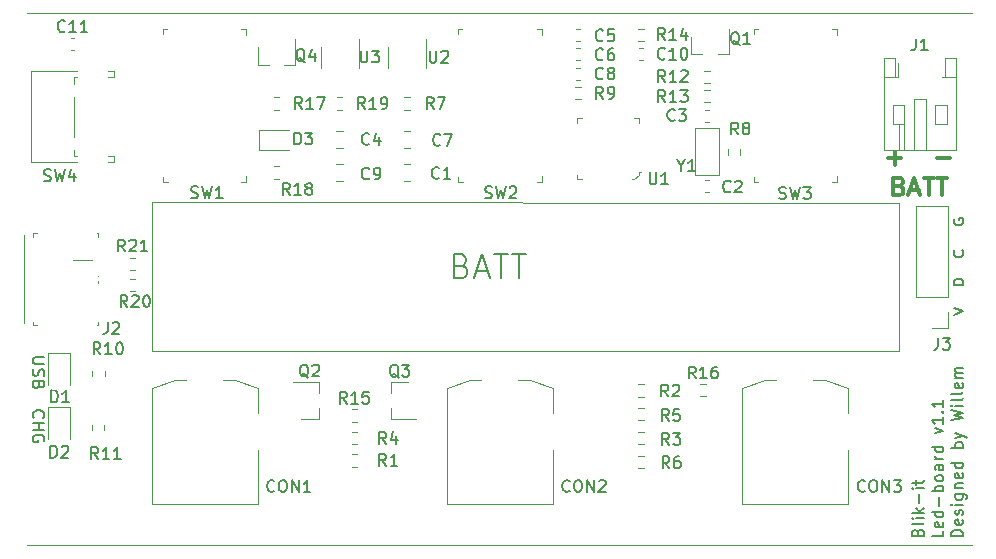
<source format=gto>
G04 #@! TF.GenerationSoftware,KiCad,Pcbnew,(5.1.9-0-10_14)*
G04 #@! TF.CreationDate,2021-04-21T20:11:12+02:00*
G04 #@! TF.ProjectId,ledTruck,6c656454-7275-4636-9b2e-6b696361645f,1.1*
G04 #@! TF.SameCoordinates,Original*
G04 #@! TF.FileFunction,Legend,Top*
G04 #@! TF.FilePolarity,Positive*
%FSLAX46Y46*%
G04 Gerber Fmt 4.6, Leading zero omitted, Abs format (unit mm)*
G04 Created by KiCad (PCBNEW (5.1.9-0-10_14)) date 2021-04-21 20:11:12*
%MOMM*%
%LPD*%
G01*
G04 APERTURE LIST*
%ADD10C,0.150000*%
%ADD11C,0.300000*%
%ADD12C,0.120000*%
%ADD13C,0.100000*%
%ADD14O,1.700000X1.700000*%
%ADD15R,1.700000X1.700000*%
%ADD16O,4.500000X2.500000*%
%ADD17O,2.500000X4.000000*%
%ADD18O,4.000000X2.500000*%
%ADD19C,2.100000*%
%ADD20C,1.750000*%
%ADD21R,0.800000X0.900000*%
%ADD22R,0.900000X0.800000*%
%ADD23R,0.600000X0.450000*%
%ADD24R,0.650000X1.060000*%
%ADD25O,1.200000X1.750000*%
%ADD26C,0.400000*%
%ADD27R,3.450000X3.450000*%
%ADD28R,1.000000X1.000000*%
%ADD29R,2.150000X0.400000*%
%ADD30R,1.800000X2.000000*%
%ADD31O,2.150000X1.300000*%
%ADD32C,0.550000*%
%ADD33R,1.800000X1.000000*%
%ADD34R,3.200000X2.300000*%
%ADD35C,3.200000*%
G04 APERTURE END LIST*
D10*
X526857Y-35231714D02*
X479238Y-35184095D01*
X431619Y-35041238D01*
X431619Y-34946000D01*
X479238Y-34803142D01*
X574476Y-34707904D01*
X669714Y-34660285D01*
X860190Y-34612666D01*
X1003047Y-34612666D01*
X1193523Y-34660285D01*
X1288761Y-34707904D01*
X1384000Y-34803142D01*
X1431619Y-34946000D01*
X1431619Y-35041238D01*
X1384000Y-35184095D01*
X1336380Y-35231714D01*
X431619Y-35660285D02*
X1431619Y-35660285D01*
X955428Y-35660285D02*
X955428Y-36231714D01*
X431619Y-36231714D02*
X1431619Y-36231714D01*
X1383999Y-37231714D02*
X1431619Y-37136476D01*
X1431619Y-36993619D01*
X1383999Y-36850761D01*
X1288761Y-36755523D01*
X1193523Y-36707904D01*
X1003047Y-36660285D01*
X860190Y-36660285D01*
X669714Y-36707904D01*
X574476Y-36755523D01*
X479238Y-36850761D01*
X431619Y-36993619D01*
X431619Y-37088857D01*
X479238Y-37231714D01*
X526857Y-37279333D01*
X860190Y-37279333D01*
X860190Y-37088857D01*
X1431619Y-30112095D02*
X622095Y-30112095D01*
X526857Y-30159714D01*
X479238Y-30207333D01*
X431619Y-30302571D01*
X431619Y-30493047D01*
X479238Y-30588285D01*
X526857Y-30635904D01*
X622095Y-30683523D01*
X1431619Y-30683523D01*
X479238Y-31112095D02*
X431619Y-31254952D01*
X431619Y-31493047D01*
X479238Y-31588285D01*
X526857Y-31635904D01*
X622095Y-31683523D01*
X717333Y-31683523D01*
X812571Y-31635904D01*
X860190Y-31588285D01*
X907809Y-31493047D01*
X955428Y-31302571D01*
X1003047Y-31207333D01*
X1050666Y-31159714D01*
X1145904Y-31112095D01*
X1241142Y-31112095D01*
X1336380Y-31159714D01*
X1384000Y-31207333D01*
X1431619Y-31302571D01*
X1431619Y-31540666D01*
X1384000Y-31683523D01*
X955428Y-32445428D02*
X907809Y-32588285D01*
X860190Y-32635904D01*
X764952Y-32683523D01*
X622095Y-32683523D01*
X526857Y-32635904D01*
X479238Y-32588285D01*
X431619Y-32493047D01*
X431619Y-32112095D01*
X1431619Y-32112095D01*
X1431619Y-32445428D01*
X1384000Y-32540666D01*
X1336380Y-32588285D01*
X1241142Y-32635904D01*
X1145904Y-32635904D01*
X1050666Y-32588285D01*
X1003047Y-32540666D01*
X955428Y-32445428D01*
X955428Y-32112095D01*
D11*
X72833242Y-13272042D02*
X73976100Y-13272042D01*
X73404671Y-13843471D02*
X73404671Y-12700614D01*
X76976100Y-13272042D02*
X78118957Y-13272042D01*
X73797528Y-15607757D02*
X74011814Y-15679185D01*
X74083242Y-15750614D01*
X74154671Y-15893471D01*
X74154671Y-16107757D01*
X74083242Y-16250614D01*
X74011814Y-16322042D01*
X73868957Y-16393471D01*
X73297528Y-16393471D01*
X73297528Y-14893471D01*
X73797528Y-14893471D01*
X73940385Y-14964900D01*
X74011814Y-15036328D01*
X74083242Y-15179185D01*
X74083242Y-15322042D01*
X74011814Y-15464900D01*
X73940385Y-15536328D01*
X73797528Y-15607757D01*
X73297528Y-15607757D01*
X74726100Y-15964900D02*
X75440385Y-15964900D01*
X74583242Y-16393471D02*
X75083242Y-14893471D01*
X75583242Y-16393471D01*
X75868957Y-14893471D02*
X76726100Y-14893471D01*
X76297528Y-16393471D02*
X76297528Y-14893471D01*
X77011814Y-14893471D02*
X77868957Y-14893471D01*
X77440385Y-16393471D02*
X77440385Y-14893471D01*
D10*
X75362571Y-44929071D02*
X75410190Y-44786214D01*
X75457809Y-44738595D01*
X75553047Y-44690976D01*
X75695904Y-44690976D01*
X75791142Y-44738595D01*
X75838761Y-44786214D01*
X75886380Y-44881452D01*
X75886380Y-45262404D01*
X74886380Y-45262404D01*
X74886380Y-44929071D01*
X74934000Y-44833833D01*
X74981619Y-44786214D01*
X75076857Y-44738595D01*
X75172095Y-44738595D01*
X75267333Y-44786214D01*
X75314952Y-44833833D01*
X75362571Y-44929071D01*
X75362571Y-45262404D01*
X75886380Y-44119547D02*
X75838761Y-44214785D01*
X75743523Y-44262404D01*
X74886380Y-44262404D01*
X75886380Y-43738595D02*
X75219714Y-43738595D01*
X74886380Y-43738595D02*
X74934000Y-43786214D01*
X74981619Y-43738595D01*
X74934000Y-43690976D01*
X74886380Y-43738595D01*
X74981619Y-43738595D01*
X75886380Y-43262404D02*
X74886380Y-43262404D01*
X75505428Y-43167166D02*
X75886380Y-42881452D01*
X75219714Y-42881452D02*
X75600666Y-43262404D01*
X75505428Y-42452880D02*
X75505428Y-41690976D01*
X75886380Y-41214785D02*
X75219714Y-41214785D01*
X74886380Y-41214785D02*
X74934000Y-41262404D01*
X74981619Y-41214785D01*
X74934000Y-41167166D01*
X74886380Y-41214785D01*
X74981619Y-41214785D01*
X75219714Y-40881452D02*
X75219714Y-40500500D01*
X74886380Y-40738595D02*
X75743523Y-40738595D01*
X75838761Y-40690976D01*
X75886380Y-40595738D01*
X75886380Y-40500500D01*
X77536380Y-44786214D02*
X77536380Y-45262404D01*
X76536380Y-45262404D01*
X77488761Y-44071928D02*
X77536380Y-44167166D01*
X77536380Y-44357642D01*
X77488761Y-44452880D01*
X77393523Y-44500500D01*
X77012571Y-44500500D01*
X76917333Y-44452880D01*
X76869714Y-44357642D01*
X76869714Y-44167166D01*
X76917333Y-44071928D01*
X77012571Y-44024309D01*
X77107809Y-44024309D01*
X77203047Y-44500500D01*
X77536380Y-43167166D02*
X76536380Y-43167166D01*
X77488761Y-43167166D02*
X77536380Y-43262404D01*
X77536380Y-43452880D01*
X77488761Y-43548119D01*
X77441142Y-43595738D01*
X77345904Y-43643357D01*
X77060190Y-43643357D01*
X76964952Y-43595738D01*
X76917333Y-43548119D01*
X76869714Y-43452880D01*
X76869714Y-43262404D01*
X76917333Y-43167166D01*
X77155428Y-42690976D02*
X77155428Y-41929071D01*
X77536380Y-41452880D02*
X76536380Y-41452880D01*
X76917333Y-41452880D02*
X76869714Y-41357642D01*
X76869714Y-41167166D01*
X76917333Y-41071928D01*
X76964952Y-41024309D01*
X77060190Y-40976690D01*
X77345904Y-40976690D01*
X77441142Y-41024309D01*
X77488761Y-41071928D01*
X77536380Y-41167166D01*
X77536380Y-41357642D01*
X77488761Y-41452880D01*
X77536380Y-40405261D02*
X77488761Y-40500500D01*
X77441142Y-40548119D01*
X77345904Y-40595738D01*
X77060190Y-40595738D01*
X76964952Y-40548119D01*
X76917333Y-40500500D01*
X76869714Y-40405261D01*
X76869714Y-40262404D01*
X76917333Y-40167166D01*
X76964952Y-40119547D01*
X77060190Y-40071928D01*
X77345904Y-40071928D01*
X77441142Y-40119547D01*
X77488761Y-40167166D01*
X77536380Y-40262404D01*
X77536380Y-40405261D01*
X77536380Y-39214785D02*
X77012571Y-39214785D01*
X76917333Y-39262404D01*
X76869714Y-39357642D01*
X76869714Y-39548119D01*
X76917333Y-39643357D01*
X77488761Y-39214785D02*
X77536380Y-39310023D01*
X77536380Y-39548119D01*
X77488761Y-39643357D01*
X77393523Y-39690976D01*
X77298285Y-39690976D01*
X77203047Y-39643357D01*
X77155428Y-39548119D01*
X77155428Y-39310023D01*
X77107809Y-39214785D01*
X77536380Y-38738595D02*
X76869714Y-38738595D01*
X77060190Y-38738595D02*
X76964952Y-38690976D01*
X76917333Y-38643357D01*
X76869714Y-38548119D01*
X76869714Y-38452880D01*
X77536380Y-37690976D02*
X76536380Y-37690976D01*
X77488761Y-37690976D02*
X77536380Y-37786214D01*
X77536380Y-37976690D01*
X77488761Y-38071928D01*
X77441142Y-38119547D01*
X77345904Y-38167166D01*
X77060190Y-38167166D01*
X76964952Y-38119547D01*
X76917333Y-38071928D01*
X76869714Y-37976690D01*
X76869714Y-37786214D01*
X76917333Y-37690976D01*
X76869714Y-36548119D02*
X77536380Y-36310023D01*
X76869714Y-36071928D01*
X77536380Y-35167166D02*
X77536380Y-35738595D01*
X77536380Y-35452880D02*
X76536380Y-35452880D01*
X76679238Y-35548119D01*
X76774476Y-35643357D01*
X76822095Y-35738595D01*
X77441142Y-34738595D02*
X77488761Y-34690976D01*
X77536380Y-34738595D01*
X77488761Y-34786214D01*
X77441142Y-34738595D01*
X77536380Y-34738595D01*
X77536380Y-33738595D02*
X77536380Y-34310023D01*
X77536380Y-34024309D02*
X76536380Y-34024309D01*
X76679238Y-34119547D01*
X76774476Y-34214785D01*
X76822095Y-34310023D01*
X79186380Y-45262404D02*
X78186380Y-45262404D01*
X78186380Y-45024309D01*
X78234000Y-44881452D01*
X78329238Y-44786214D01*
X78424476Y-44738595D01*
X78614952Y-44690976D01*
X78757809Y-44690976D01*
X78948285Y-44738595D01*
X79043523Y-44786214D01*
X79138761Y-44881452D01*
X79186380Y-45024309D01*
X79186380Y-45262404D01*
X79138761Y-43881452D02*
X79186380Y-43976690D01*
X79186380Y-44167166D01*
X79138761Y-44262404D01*
X79043523Y-44310023D01*
X78662571Y-44310023D01*
X78567333Y-44262404D01*
X78519714Y-44167166D01*
X78519714Y-43976690D01*
X78567333Y-43881452D01*
X78662571Y-43833833D01*
X78757809Y-43833833D01*
X78853047Y-44310023D01*
X79138761Y-43452880D02*
X79186380Y-43357642D01*
X79186380Y-43167166D01*
X79138761Y-43071928D01*
X79043523Y-43024309D01*
X78995904Y-43024309D01*
X78900666Y-43071928D01*
X78853047Y-43167166D01*
X78853047Y-43310023D01*
X78805428Y-43405261D01*
X78710190Y-43452880D01*
X78662571Y-43452880D01*
X78567333Y-43405261D01*
X78519714Y-43310023D01*
X78519714Y-43167166D01*
X78567333Y-43071928D01*
X79186380Y-42595738D02*
X78519714Y-42595738D01*
X78186380Y-42595738D02*
X78234000Y-42643357D01*
X78281619Y-42595738D01*
X78234000Y-42548119D01*
X78186380Y-42595738D01*
X78281619Y-42595738D01*
X78519714Y-41690976D02*
X79329238Y-41690976D01*
X79424476Y-41738595D01*
X79472095Y-41786214D01*
X79519714Y-41881452D01*
X79519714Y-42024309D01*
X79472095Y-42119547D01*
X79138761Y-41690976D02*
X79186380Y-41786214D01*
X79186380Y-41976690D01*
X79138761Y-42071928D01*
X79091142Y-42119547D01*
X78995904Y-42167166D01*
X78710190Y-42167166D01*
X78614952Y-42119547D01*
X78567333Y-42071928D01*
X78519714Y-41976690D01*
X78519714Y-41786214D01*
X78567333Y-41690976D01*
X78519714Y-41214785D02*
X79186380Y-41214785D01*
X78614952Y-41214785D02*
X78567333Y-41167166D01*
X78519714Y-41071928D01*
X78519714Y-40929071D01*
X78567333Y-40833833D01*
X78662571Y-40786214D01*
X79186380Y-40786214D01*
X79138761Y-39929071D02*
X79186380Y-40024309D01*
X79186380Y-40214785D01*
X79138761Y-40310023D01*
X79043523Y-40357642D01*
X78662571Y-40357642D01*
X78567333Y-40310023D01*
X78519714Y-40214785D01*
X78519714Y-40024309D01*
X78567333Y-39929071D01*
X78662571Y-39881452D01*
X78757809Y-39881452D01*
X78853047Y-40357642D01*
X79186380Y-39024309D02*
X78186380Y-39024309D01*
X79138761Y-39024309D02*
X79186380Y-39119547D01*
X79186380Y-39310023D01*
X79138761Y-39405261D01*
X79091142Y-39452880D01*
X78995904Y-39500500D01*
X78710190Y-39500500D01*
X78614952Y-39452880D01*
X78567333Y-39405261D01*
X78519714Y-39310023D01*
X78519714Y-39119547D01*
X78567333Y-39024309D01*
X79186380Y-37786214D02*
X78186380Y-37786214D01*
X78567333Y-37786214D02*
X78519714Y-37690976D01*
X78519714Y-37500500D01*
X78567333Y-37405261D01*
X78614952Y-37357642D01*
X78710190Y-37310023D01*
X78995904Y-37310023D01*
X79091142Y-37357642D01*
X79138761Y-37405261D01*
X79186380Y-37500500D01*
X79186380Y-37690976D01*
X79138761Y-37786214D01*
X78519714Y-36976690D02*
X79186380Y-36738595D01*
X78519714Y-36500500D02*
X79186380Y-36738595D01*
X79424476Y-36833833D01*
X79472095Y-36881452D01*
X79519714Y-36976690D01*
X78186380Y-35452880D02*
X79186380Y-35214785D01*
X78472095Y-35024309D01*
X79186380Y-34833833D01*
X78186380Y-34595738D01*
X79186380Y-34214785D02*
X78519714Y-34214785D01*
X78186380Y-34214785D02*
X78234000Y-34262404D01*
X78281619Y-34214785D01*
X78234000Y-34167166D01*
X78186380Y-34214785D01*
X78281619Y-34214785D01*
X79186380Y-33595738D02*
X79138761Y-33690976D01*
X79043523Y-33738595D01*
X78186380Y-33738595D01*
X79186380Y-33071928D02*
X79138761Y-33167166D01*
X79043523Y-33214785D01*
X78186380Y-33214785D01*
X79138761Y-32310023D02*
X79186380Y-32405261D01*
X79186380Y-32595738D01*
X79138761Y-32690976D01*
X79043523Y-32738595D01*
X78662571Y-32738595D01*
X78567333Y-32690976D01*
X78519714Y-32595738D01*
X78519714Y-32405261D01*
X78567333Y-32310023D01*
X78662571Y-32262404D01*
X78757809Y-32262404D01*
X78853047Y-32738595D01*
X79186380Y-31833833D02*
X78519714Y-31833833D01*
X78614952Y-31833833D02*
X78567333Y-31786214D01*
X78519714Y-31690976D01*
X78519714Y-31548119D01*
X78567333Y-31452880D01*
X78662571Y-31405261D01*
X79186380Y-31405261D01*
X78662571Y-31405261D02*
X78567333Y-31357642D01*
X78519714Y-31262404D01*
X78519714Y-31119547D01*
X78567333Y-31024309D01*
X78662571Y-30976690D01*
X79186380Y-30976690D01*
D12*
X-48000Y-1000000D02*
X79952000Y-1000000D01*
X-48000Y-46000000D02*
X79952000Y-46000000D01*
D10*
X78439140Y-18361295D02*
X78401044Y-18456533D01*
X78401044Y-18599390D01*
X78439140Y-18742247D01*
X78515330Y-18837485D01*
X78591520Y-18885104D01*
X78743901Y-18932723D01*
X78858187Y-18932723D01*
X79010568Y-18885104D01*
X79086759Y-18837485D01*
X79162949Y-18742247D01*
X79201044Y-18599390D01*
X79201044Y-18504152D01*
X79162949Y-18361295D01*
X79124854Y-18313676D01*
X78858187Y-18313676D01*
X78858187Y-18504152D01*
X79124854Y-21028936D02*
X79162949Y-21076555D01*
X79201044Y-21219412D01*
X79201044Y-21314650D01*
X79162949Y-21457507D01*
X79086759Y-21552745D01*
X79010568Y-21600364D01*
X78858187Y-21647983D01*
X78743901Y-21647983D01*
X78591520Y-21600364D01*
X78515330Y-21552745D01*
X78439140Y-21457507D01*
X78401044Y-21314650D01*
X78401044Y-21219412D01*
X78439140Y-21076555D01*
X78477235Y-21028936D01*
X79201044Y-24028604D02*
X78401044Y-24028604D01*
X78401044Y-23790509D01*
X78439140Y-23647652D01*
X78515330Y-23552414D01*
X78591520Y-23504795D01*
X78743901Y-23457176D01*
X78858187Y-23457176D01*
X79010568Y-23504795D01*
X79086759Y-23552414D01*
X79162949Y-23647652D01*
X79201044Y-23790509D01*
X79201044Y-24028604D01*
X78436604Y-26563833D02*
X79236604Y-26230500D01*
X78436604Y-25897166D01*
X36761904Y-22357142D02*
X37047619Y-22452380D01*
X37142857Y-22547619D01*
X37238095Y-22738095D01*
X37238095Y-23023809D01*
X37142857Y-23214285D01*
X37047619Y-23309523D01*
X36857142Y-23404761D01*
X36095238Y-23404761D01*
X36095238Y-21404761D01*
X36761904Y-21404761D01*
X36952380Y-21500000D01*
X37047619Y-21595238D01*
X37142857Y-21785714D01*
X37142857Y-21976190D01*
X37047619Y-22166666D01*
X36952380Y-22261904D01*
X36761904Y-22357142D01*
X36095238Y-22357142D01*
X38000000Y-22833333D02*
X38952380Y-22833333D01*
X37809523Y-23404761D02*
X38476190Y-21404761D01*
X39142857Y-23404761D01*
X39523809Y-21404761D02*
X40666666Y-21404761D01*
X40095238Y-23404761D02*
X40095238Y-21404761D01*
X41047619Y-21404761D02*
X42190476Y-21404761D01*
X41619047Y-23404761D02*
X41619047Y-21404761D01*
D12*
X73819400Y-17012700D02*
X10500000Y-17000000D01*
X73825100Y-29578300D02*
X73819400Y-17012700D01*
X10500000Y-29578300D02*
X73825100Y-29578300D01*
X10500000Y-17000000D02*
X10500000Y-29578300D01*
X77916160Y-27621460D02*
X76586160Y-27621460D01*
X77916160Y-26291460D02*
X77916160Y-27621460D01*
X77916160Y-25021460D02*
X75256160Y-25021460D01*
X75256160Y-25021460D02*
X75256160Y-17341460D01*
X77916160Y-25021460D02*
X77916160Y-17341460D01*
X77916160Y-17341460D02*
X75256160Y-17341460D01*
X69500000Y-32678000D02*
X67540000Y-32000000D01*
X60500000Y-32678000D02*
X62460000Y-32000000D01*
X60500000Y-42500000D02*
X60500000Y-32678000D01*
X69500000Y-42500000D02*
X60500000Y-42500000D01*
X69500000Y-32678000D02*
X69500000Y-42500000D01*
X62460000Y-32000000D02*
X67540000Y-32000000D01*
X44500000Y-32678000D02*
X42540000Y-32000000D01*
X35500000Y-32678000D02*
X37460000Y-32000000D01*
X35500000Y-42500000D02*
X35500000Y-32678000D01*
X44500000Y-42500000D02*
X35500000Y-42500000D01*
X44500000Y-32678000D02*
X44500000Y-42500000D01*
X37460000Y-32000000D02*
X42540000Y-32000000D01*
X19500000Y-32678000D02*
X17540000Y-32000000D01*
X10500000Y-32678000D02*
X12460000Y-32000000D01*
X10500000Y-42500000D02*
X10500000Y-32678000D01*
X19500000Y-42500000D02*
X10500000Y-42500000D01*
X19500000Y-32678000D02*
X19500000Y-42500000D01*
X12460000Y-32000000D02*
X17540000Y-32000000D01*
X9127258Y-22747500D02*
X8652742Y-22747500D01*
X9127258Y-21702500D02*
X8652742Y-21702500D01*
X8652742Y-23480500D02*
X9127258Y-23480500D01*
X8652742Y-24525500D02*
X9127258Y-24525500D01*
X3970000Y-11450000D02*
X3970000Y-8050000D01*
X3970000Y-13090000D02*
X3970000Y-12550000D01*
X6800000Y-5890000D02*
X7310000Y-5890000D01*
X7310000Y-6410000D02*
X7310000Y-5890000D01*
X6800000Y-6410000D02*
X7310000Y-6410000D01*
X3970000Y-6950000D02*
X3970000Y-6410000D01*
X6800000Y-13610000D02*
X7310000Y-13610000D01*
X6800000Y-13090000D02*
X7310000Y-13090000D01*
X3970000Y-6410000D02*
X4200000Y-6410000D01*
X300000Y-13610000D02*
X4200000Y-13610000D01*
X7310000Y-13610000D02*
X7310000Y-13090000D01*
X300000Y-5890000D02*
X4200000Y-5890000D01*
X300000Y-13610000D02*
X300000Y-5890000D01*
X3970000Y-13090000D02*
X4200000Y-13090000D01*
X26653258Y-8113500D02*
X26178742Y-8113500D01*
X26653258Y-9158500D02*
X26178742Y-9158500D01*
X20844742Y-15000500D02*
X21319258Y-15000500D01*
X20844742Y-13955500D02*
X21319258Y-13955500D01*
X21319258Y-8113500D02*
X20844742Y-8113500D01*
X21319258Y-9158500D02*
X20844742Y-9158500D01*
X27923258Y-34529500D02*
X27448742Y-34529500D01*
X27923258Y-35574500D02*
X27448742Y-35574500D01*
X19502000Y-5332000D02*
X19502000Y-3872000D01*
X22662000Y-5332000D02*
X22662000Y-3172000D01*
X22662000Y-5332000D02*
X21732000Y-5332000D01*
X19502000Y-5332000D02*
X20432000Y-5332000D01*
X30736000Y-32202000D02*
X32196000Y-32202000D01*
X30736000Y-35362000D02*
X32896000Y-35362000D01*
X30736000Y-35362000D02*
X30736000Y-34432000D01*
X30736000Y-32202000D02*
X30736000Y-33132000D01*
X24636000Y-35362000D02*
X23176000Y-35362000D01*
X24636000Y-32202000D02*
X22476000Y-32202000D01*
X24636000Y-32202000D02*
X24636000Y-33132000D01*
X24636000Y-35362000D02*
X24636000Y-34432000D01*
X19582000Y-10834000D02*
X22132000Y-10834000D01*
X19582000Y-12534000D02*
X22132000Y-12534000D01*
X19582000Y-10834000D02*
X19582000Y-12534000D01*
X3669420Y-4066000D02*
X3950580Y-4066000D01*
X3669420Y-3046000D02*
X3950580Y-3046000D01*
X51700742Y-2276500D02*
X52175258Y-2276500D01*
X51700742Y-3321500D02*
X52175258Y-3321500D01*
X56200000Y-4448000D02*
X57130000Y-4448000D01*
X59360000Y-4448000D02*
X58430000Y-4448000D01*
X59360000Y-4448000D02*
X59360000Y-2288000D01*
X56200000Y-4448000D02*
X56200000Y-2988000D01*
X52078580Y-4960000D02*
X51797420Y-4960000D01*
X52078580Y-3940000D02*
X51797420Y-3940000D01*
X33736000Y-5604000D02*
X33736000Y-3154000D01*
X30516000Y-3804000D02*
X30516000Y-5604000D01*
X28026000Y-5599000D02*
X28026000Y-3149000D01*
X24806000Y-3799000D02*
X24806000Y-5599000D01*
X73684000Y-6368000D02*
X73684000Y-5153000D01*
X73744000Y-10328000D02*
X73744000Y-12588000D01*
X74244000Y-10328000D02*
X74244000Y-12588000D01*
X76844000Y-8728000D02*
X77844000Y-8728000D01*
X76844000Y-10328000D02*
X76844000Y-8728000D01*
X77844000Y-10328000D02*
X76844000Y-10328000D01*
X77844000Y-8728000D02*
X77844000Y-10328000D01*
X74244000Y-8728000D02*
X73244000Y-8728000D01*
X74244000Y-10328000D02*
X74244000Y-8728000D01*
X73244000Y-10328000D02*
X74244000Y-10328000D01*
X73244000Y-8728000D02*
X73244000Y-10328000D01*
X78604000Y-6368000D02*
X77684000Y-6368000D01*
X72484000Y-6368000D02*
X73404000Y-6368000D01*
X76044000Y-8228000D02*
X76044000Y-12588000D01*
X75044000Y-8228000D02*
X76044000Y-8228000D01*
X75044000Y-12588000D02*
X75044000Y-8228000D01*
X77684000Y-6368000D02*
X77404000Y-6368000D01*
X77684000Y-4768000D02*
X77684000Y-6368000D01*
X78604000Y-4768000D02*
X77684000Y-4768000D01*
X78604000Y-12588000D02*
X78604000Y-4768000D01*
X72484000Y-12588000D02*
X78604000Y-12588000D01*
X72484000Y-4768000D02*
X72484000Y-12588000D01*
X73404000Y-4768000D02*
X72484000Y-4768000D01*
X73404000Y-6368000D02*
X73404000Y-4768000D01*
X73684000Y-6368000D02*
X73404000Y-6368000D01*
X57433058Y-32345100D02*
X56958542Y-32345100D01*
X57433058Y-33390100D02*
X56958542Y-33390100D01*
X57288742Y-8528500D02*
X57763258Y-8528500D01*
X57288742Y-7483500D02*
X57763258Y-7483500D01*
X57763258Y-5832500D02*
X57288742Y-5832500D01*
X57763258Y-6877500D02*
X57288742Y-6877500D01*
X5446500Y-35830742D02*
X5446500Y-36305258D01*
X6491500Y-35830742D02*
X6491500Y-36305258D01*
X6516900Y-31707858D02*
X6516900Y-31233342D01*
X5471900Y-31707858D02*
X5471900Y-31233342D01*
X46366742Y-8274500D02*
X46841258Y-8274500D01*
X46366742Y-7229500D02*
X46841258Y-7229500D01*
X60334500Y-12942258D02*
X60334500Y-12467742D01*
X59289500Y-12942258D02*
X59289500Y-12467742D01*
X32388658Y-8113500D02*
X31914142Y-8113500D01*
X32388658Y-9158500D02*
X31914142Y-9158500D01*
X52175258Y-38471500D02*
X51700742Y-38471500D01*
X52175258Y-39516500D02*
X51700742Y-39516500D01*
X51700742Y-35452500D02*
X52175258Y-35452500D01*
X51700742Y-34407500D02*
X52175258Y-34407500D01*
X27448742Y-37479500D02*
X27923258Y-37479500D01*
X27448742Y-36434500D02*
X27923258Y-36434500D01*
X52175258Y-36439500D02*
X51700742Y-36439500D01*
X52175258Y-37484500D02*
X51700742Y-37484500D01*
X52154858Y-32395900D02*
X51680342Y-32395900D01*
X52154858Y-33440900D02*
X51680342Y-33440900D01*
X27448742Y-39384500D02*
X27923258Y-39384500D01*
X27448742Y-38339500D02*
X27923258Y-38339500D01*
X26677252Y-13743000D02*
X26154748Y-13743000D01*
X26677252Y-15213000D02*
X26154748Y-15213000D01*
X46744580Y-5591000D02*
X46463420Y-5591000D01*
X46744580Y-6611000D02*
X46463420Y-6611000D01*
X31864748Y-12424000D02*
X32387252Y-12424000D01*
X31864748Y-10954000D02*
X32387252Y-10954000D01*
X46463420Y-4960000D02*
X46744580Y-4960000D01*
X46463420Y-3940000D02*
X46744580Y-3940000D01*
X46463420Y-3309000D02*
X46744580Y-3309000D01*
X46463420Y-2289000D02*
X46744580Y-2289000D01*
X26677252Y-10949000D02*
X26154748Y-10949000D01*
X26677252Y-12419000D02*
X26154748Y-12419000D01*
X57385420Y-10167000D02*
X57666580Y-10167000D01*
X57385420Y-9147000D02*
X57666580Y-9147000D01*
X57385420Y-16136000D02*
X57666580Y-16136000D01*
X57385420Y-15116000D02*
X57666580Y-15116000D01*
X31864748Y-15213000D02*
X32387252Y-15213000D01*
X31864748Y-13743000D02*
X32387252Y-13743000D01*
X1698880Y-34315000D02*
X1698880Y-37000000D01*
X3618880Y-34315000D02*
X1698880Y-34315000D01*
X3618880Y-37000000D02*
X3618880Y-34315000D01*
X1698880Y-29765000D02*
X1698880Y-32450000D01*
X3618880Y-29765000D02*
X1698880Y-29765000D01*
X3618880Y-32450000D02*
X3618880Y-29765000D01*
D13*
X46556000Y-9850000D02*
X46956000Y-9850000D01*
X46556000Y-10250000D02*
X46556000Y-9850000D01*
X46556000Y-15050000D02*
X46556000Y-14650000D01*
X46556000Y-15050000D02*
X46956000Y-15050000D01*
X51756000Y-9850000D02*
X51756000Y-10250000D01*
X51356000Y-9850000D02*
X51756000Y-9850000D01*
X51756000Y-14450000D02*
X51956000Y-14450000D01*
X51756000Y-14650000D02*
X51756000Y-14450000D01*
X51356000Y-15050000D02*
X51756000Y-14650000D01*
X51156000Y-15050000D02*
X51356000Y-15050000D01*
X5487300Y-21892380D02*
X3887300Y-21892380D01*
X5987300Y-23492380D02*
X5987300Y-23792380D01*
X5987300Y-23492380D02*
X5987300Y-23192380D01*
X487300Y-27392380D02*
X787300Y-27392380D01*
X487300Y-27392380D02*
X487300Y-27092380D01*
X487300Y-19592380D02*
X787300Y-19592380D01*
X487300Y-19592380D02*
X487300Y-19892380D01*
X5987300Y-19592380D02*
X5987300Y-19892380D01*
X5987300Y-19592380D02*
X5687300Y-19592380D01*
X5987300Y-27392380D02*
X5987300Y-27092380D01*
X5987300Y-27392380D02*
X5687300Y-27392380D01*
D12*
X-262700Y-27242380D02*
X-262700Y-19742380D01*
X56526000Y-10705000D02*
X58526000Y-10705000D01*
X58526000Y-10705000D02*
X58526000Y-14705000D01*
X58526000Y-14705000D02*
X56526000Y-14705000D01*
X56526000Y-14705000D02*
X56526000Y-10705000D01*
D13*
X11475000Y-2350000D02*
X11825000Y-2350000D01*
X11475000Y-2725000D02*
X11475000Y-2350000D01*
X11475000Y-15250000D02*
X11475000Y-14850000D01*
X11475000Y-15250000D02*
X11850000Y-15250000D01*
X18525000Y-15250000D02*
X18100000Y-15250000D01*
X18525000Y-15250000D02*
X18525000Y-14800000D01*
X18525000Y-2375000D02*
X18525000Y-2825000D01*
X18525000Y-2350000D02*
X18100000Y-2350000D01*
X36475000Y-2350000D02*
X36825000Y-2350000D01*
X36475000Y-2725000D02*
X36475000Y-2350000D01*
X36475000Y-15250000D02*
X36475000Y-14850000D01*
X36475000Y-15250000D02*
X36850000Y-15250000D01*
X43525000Y-15250000D02*
X43100000Y-15250000D01*
X43525000Y-15250000D02*
X43525000Y-14800000D01*
X43525000Y-2375000D02*
X43525000Y-2825000D01*
X43525000Y-2350000D02*
X43100000Y-2350000D01*
X61475000Y-2350000D02*
X61825000Y-2350000D01*
X61475000Y-2725000D02*
X61475000Y-2350000D01*
X61475000Y-15250000D02*
X61475000Y-14850000D01*
X61475000Y-15250000D02*
X61850000Y-15250000D01*
X68525000Y-15250000D02*
X68100000Y-15250000D01*
X68525000Y-15250000D02*
X68525000Y-14800000D01*
X68525000Y-2375000D02*
X68525000Y-2825000D01*
X68525000Y-2350000D02*
X68100000Y-2350000D01*
D10*
X77085866Y-28459180D02*
X77085866Y-29173466D01*
X77038247Y-29316323D01*
X76943009Y-29411561D01*
X76800152Y-29459180D01*
X76704914Y-29459180D01*
X77466819Y-28459180D02*
X78085866Y-28459180D01*
X77752533Y-28840133D01*
X77895390Y-28840133D01*
X77990628Y-28887752D01*
X78038247Y-28935371D01*
X78085866Y-29030609D01*
X78085866Y-29268704D01*
X78038247Y-29363942D01*
X77990628Y-29411561D01*
X77895390Y-29459180D01*
X77609676Y-29459180D01*
X77514438Y-29411561D01*
X77466819Y-29363942D01*
X70897714Y-41421142D02*
X70850095Y-41468761D01*
X70707238Y-41516380D01*
X70612000Y-41516380D01*
X70469142Y-41468761D01*
X70373904Y-41373523D01*
X70326285Y-41278285D01*
X70278666Y-41087809D01*
X70278666Y-40944952D01*
X70326285Y-40754476D01*
X70373904Y-40659238D01*
X70469142Y-40564000D01*
X70612000Y-40516380D01*
X70707238Y-40516380D01*
X70850095Y-40564000D01*
X70897714Y-40611619D01*
X71516761Y-40516380D02*
X71707238Y-40516380D01*
X71802476Y-40564000D01*
X71897714Y-40659238D01*
X71945333Y-40849714D01*
X71945333Y-41183047D01*
X71897714Y-41373523D01*
X71802476Y-41468761D01*
X71707238Y-41516380D01*
X71516761Y-41516380D01*
X71421523Y-41468761D01*
X71326285Y-41373523D01*
X71278666Y-41183047D01*
X71278666Y-40849714D01*
X71326285Y-40659238D01*
X71421523Y-40564000D01*
X71516761Y-40516380D01*
X72373904Y-41516380D02*
X72373904Y-40516380D01*
X72945333Y-41516380D01*
X72945333Y-40516380D01*
X73326285Y-40516380D02*
X73945333Y-40516380D01*
X73612000Y-40897333D01*
X73754857Y-40897333D01*
X73850095Y-40944952D01*
X73897714Y-40992571D01*
X73945333Y-41087809D01*
X73945333Y-41325904D01*
X73897714Y-41421142D01*
X73850095Y-41468761D01*
X73754857Y-41516380D01*
X73469142Y-41516380D01*
X73373904Y-41468761D01*
X73326285Y-41421142D01*
X45897714Y-41421142D02*
X45850095Y-41468761D01*
X45707238Y-41516380D01*
X45612000Y-41516380D01*
X45469142Y-41468761D01*
X45373904Y-41373523D01*
X45326285Y-41278285D01*
X45278666Y-41087809D01*
X45278666Y-40944952D01*
X45326285Y-40754476D01*
X45373904Y-40659238D01*
X45469142Y-40564000D01*
X45612000Y-40516380D01*
X45707238Y-40516380D01*
X45850095Y-40564000D01*
X45897714Y-40611619D01*
X46516761Y-40516380D02*
X46707238Y-40516380D01*
X46802476Y-40564000D01*
X46897714Y-40659238D01*
X46945333Y-40849714D01*
X46945333Y-41183047D01*
X46897714Y-41373523D01*
X46802476Y-41468761D01*
X46707238Y-41516380D01*
X46516761Y-41516380D01*
X46421523Y-41468761D01*
X46326285Y-41373523D01*
X46278666Y-41183047D01*
X46278666Y-40849714D01*
X46326285Y-40659238D01*
X46421523Y-40564000D01*
X46516761Y-40516380D01*
X47373904Y-41516380D02*
X47373904Y-40516380D01*
X47945333Y-41516380D01*
X47945333Y-40516380D01*
X48373904Y-40611619D02*
X48421523Y-40564000D01*
X48516761Y-40516380D01*
X48754857Y-40516380D01*
X48850095Y-40564000D01*
X48897714Y-40611619D01*
X48945333Y-40706857D01*
X48945333Y-40802095D01*
X48897714Y-40944952D01*
X48326285Y-41516380D01*
X48945333Y-41516380D01*
X20897714Y-41421142D02*
X20850095Y-41468761D01*
X20707238Y-41516380D01*
X20612000Y-41516380D01*
X20469142Y-41468761D01*
X20373904Y-41373523D01*
X20326285Y-41278285D01*
X20278666Y-41087809D01*
X20278666Y-40944952D01*
X20326285Y-40754476D01*
X20373904Y-40659238D01*
X20469142Y-40564000D01*
X20612000Y-40516380D01*
X20707238Y-40516380D01*
X20850095Y-40564000D01*
X20897714Y-40611619D01*
X21516761Y-40516380D02*
X21707238Y-40516380D01*
X21802476Y-40564000D01*
X21897714Y-40659238D01*
X21945333Y-40849714D01*
X21945333Y-41183047D01*
X21897714Y-41373523D01*
X21802476Y-41468761D01*
X21707238Y-41516380D01*
X21516761Y-41516380D01*
X21421523Y-41468761D01*
X21326285Y-41373523D01*
X21278666Y-41183047D01*
X21278666Y-40849714D01*
X21326285Y-40659238D01*
X21421523Y-40564000D01*
X21516761Y-40516380D01*
X22373904Y-41516380D02*
X22373904Y-40516380D01*
X22945333Y-41516380D01*
X22945333Y-40516380D01*
X23945333Y-41516380D02*
X23373904Y-41516380D01*
X23659619Y-41516380D02*
X23659619Y-40516380D01*
X23564380Y-40659238D01*
X23469142Y-40754476D01*
X23373904Y-40802095D01*
X8247142Y-21153380D02*
X7913809Y-20677190D01*
X7675714Y-21153380D02*
X7675714Y-20153380D01*
X8056666Y-20153380D01*
X8151904Y-20201000D01*
X8199523Y-20248619D01*
X8247142Y-20343857D01*
X8247142Y-20486714D01*
X8199523Y-20581952D01*
X8151904Y-20629571D01*
X8056666Y-20677190D01*
X7675714Y-20677190D01*
X8628095Y-20248619D02*
X8675714Y-20201000D01*
X8770952Y-20153380D01*
X9009047Y-20153380D01*
X9104285Y-20201000D01*
X9151904Y-20248619D01*
X9199523Y-20343857D01*
X9199523Y-20439095D01*
X9151904Y-20581952D01*
X8580476Y-21153380D01*
X9199523Y-21153380D01*
X10151904Y-21153380D02*
X9580476Y-21153380D01*
X9866190Y-21153380D02*
X9866190Y-20153380D01*
X9770952Y-20296238D01*
X9675714Y-20391476D01*
X9580476Y-20439095D01*
X8450342Y-25852380D02*
X8117009Y-25376190D01*
X7878914Y-25852380D02*
X7878914Y-24852380D01*
X8259866Y-24852380D01*
X8355104Y-24900000D01*
X8402723Y-24947619D01*
X8450342Y-25042857D01*
X8450342Y-25185714D01*
X8402723Y-25280952D01*
X8355104Y-25328571D01*
X8259866Y-25376190D01*
X7878914Y-25376190D01*
X8831295Y-24947619D02*
X8878914Y-24900000D01*
X8974152Y-24852380D01*
X9212247Y-24852380D01*
X9307485Y-24900000D01*
X9355104Y-24947619D01*
X9402723Y-25042857D01*
X9402723Y-25138095D01*
X9355104Y-25280952D01*
X8783676Y-25852380D01*
X9402723Y-25852380D01*
X10021771Y-24852380D02*
X10117009Y-24852380D01*
X10212247Y-24900000D01*
X10259866Y-24947619D01*
X10307485Y-25042857D01*
X10355104Y-25233333D01*
X10355104Y-25471428D01*
X10307485Y-25661904D01*
X10259866Y-25757142D01*
X10212247Y-25804761D01*
X10117009Y-25852380D01*
X10021771Y-25852380D01*
X9926533Y-25804761D01*
X9878914Y-25757142D01*
X9831295Y-25661904D01*
X9783676Y-25471428D01*
X9783676Y-25233333D01*
X9831295Y-25042857D01*
X9878914Y-24947619D01*
X9926533Y-24900000D01*
X10021771Y-24852380D01*
X1387266Y-15147961D02*
X1530123Y-15195580D01*
X1768219Y-15195580D01*
X1863457Y-15147961D01*
X1911076Y-15100342D01*
X1958695Y-15005104D01*
X1958695Y-14909866D01*
X1911076Y-14814628D01*
X1863457Y-14767009D01*
X1768219Y-14719390D01*
X1577742Y-14671771D01*
X1482504Y-14624152D01*
X1434885Y-14576533D01*
X1387266Y-14481295D01*
X1387266Y-14386057D01*
X1434885Y-14290819D01*
X1482504Y-14243200D01*
X1577742Y-14195580D01*
X1815838Y-14195580D01*
X1958695Y-14243200D01*
X2292028Y-14195580D02*
X2530123Y-15195580D01*
X2720600Y-14481295D01*
X2911076Y-15195580D01*
X3149171Y-14195580D01*
X3958695Y-14528914D02*
X3958695Y-15195580D01*
X3720600Y-14147961D02*
X3482504Y-14862247D01*
X4101552Y-14862247D01*
X28567142Y-9088380D02*
X28233809Y-8612190D01*
X27995714Y-9088380D02*
X27995714Y-8088380D01*
X28376666Y-8088380D01*
X28471904Y-8136000D01*
X28519523Y-8183619D01*
X28567142Y-8278857D01*
X28567142Y-8421714D01*
X28519523Y-8516952D01*
X28471904Y-8564571D01*
X28376666Y-8612190D01*
X27995714Y-8612190D01*
X29519523Y-9088380D02*
X28948095Y-9088380D01*
X29233809Y-9088380D02*
X29233809Y-8088380D01*
X29138571Y-8231238D01*
X29043333Y-8326476D01*
X28948095Y-8374095D01*
X29995714Y-9088380D02*
X30186190Y-9088380D01*
X30281428Y-9040761D01*
X30329047Y-8993142D01*
X30424285Y-8850285D01*
X30471904Y-8659809D01*
X30471904Y-8278857D01*
X30424285Y-8183619D01*
X30376666Y-8136000D01*
X30281428Y-8088380D01*
X30090952Y-8088380D01*
X29995714Y-8136000D01*
X29948095Y-8183619D01*
X29900476Y-8278857D01*
X29900476Y-8516952D01*
X29948095Y-8612190D01*
X29995714Y-8659809D01*
X30090952Y-8707428D01*
X30281428Y-8707428D01*
X30376666Y-8659809D01*
X30424285Y-8612190D01*
X30471904Y-8516952D01*
X22191742Y-16352780D02*
X21858409Y-15876590D01*
X21620314Y-16352780D02*
X21620314Y-15352780D01*
X22001266Y-15352780D01*
X22096504Y-15400400D01*
X22144123Y-15448019D01*
X22191742Y-15543257D01*
X22191742Y-15686114D01*
X22144123Y-15781352D01*
X22096504Y-15828971D01*
X22001266Y-15876590D01*
X21620314Y-15876590D01*
X23144123Y-16352780D02*
X22572695Y-16352780D01*
X22858409Y-16352780D02*
X22858409Y-15352780D01*
X22763171Y-15495638D01*
X22667933Y-15590876D01*
X22572695Y-15638495D01*
X23715552Y-15781352D02*
X23620314Y-15733733D01*
X23572695Y-15686114D01*
X23525076Y-15590876D01*
X23525076Y-15543257D01*
X23572695Y-15448019D01*
X23620314Y-15400400D01*
X23715552Y-15352780D01*
X23906028Y-15352780D01*
X24001266Y-15400400D01*
X24048885Y-15448019D01*
X24096504Y-15543257D01*
X24096504Y-15590876D01*
X24048885Y-15686114D01*
X24001266Y-15733733D01*
X23906028Y-15781352D01*
X23715552Y-15781352D01*
X23620314Y-15828971D01*
X23572695Y-15876590D01*
X23525076Y-15971828D01*
X23525076Y-16162304D01*
X23572695Y-16257542D01*
X23620314Y-16305161D01*
X23715552Y-16352780D01*
X23906028Y-16352780D01*
X24001266Y-16305161D01*
X24048885Y-16257542D01*
X24096504Y-16162304D01*
X24096504Y-15971828D01*
X24048885Y-15876590D01*
X24001266Y-15828971D01*
X23906028Y-15781352D01*
X23233142Y-9088380D02*
X22899809Y-8612190D01*
X22661714Y-9088380D02*
X22661714Y-8088380D01*
X23042666Y-8088380D01*
X23137904Y-8136000D01*
X23185523Y-8183619D01*
X23233142Y-8278857D01*
X23233142Y-8421714D01*
X23185523Y-8516952D01*
X23137904Y-8564571D01*
X23042666Y-8612190D01*
X22661714Y-8612190D01*
X24185523Y-9088380D02*
X23614095Y-9088380D01*
X23899809Y-9088380D02*
X23899809Y-8088380D01*
X23804571Y-8231238D01*
X23709333Y-8326476D01*
X23614095Y-8374095D01*
X24518857Y-8088380D02*
X25185523Y-8088380D01*
X24756952Y-9088380D01*
X27017742Y-34031180D02*
X26684409Y-33554990D01*
X26446314Y-34031180D02*
X26446314Y-33031180D01*
X26827266Y-33031180D01*
X26922504Y-33078800D01*
X26970123Y-33126419D01*
X27017742Y-33221657D01*
X27017742Y-33364514D01*
X26970123Y-33459752D01*
X26922504Y-33507371D01*
X26827266Y-33554990D01*
X26446314Y-33554990D01*
X27970123Y-34031180D02*
X27398695Y-34031180D01*
X27684409Y-34031180D02*
X27684409Y-33031180D01*
X27589171Y-33174038D01*
X27493933Y-33269276D01*
X27398695Y-33316895D01*
X28874885Y-33031180D02*
X28398695Y-33031180D01*
X28351076Y-33507371D01*
X28398695Y-33459752D01*
X28493933Y-33412133D01*
X28732028Y-33412133D01*
X28827266Y-33459752D01*
X28874885Y-33507371D01*
X28922504Y-33602609D01*
X28922504Y-33840704D01*
X28874885Y-33935942D01*
X28827266Y-33983561D01*
X28732028Y-34031180D01*
X28493933Y-34031180D01*
X28398695Y-33983561D01*
X28351076Y-33935942D01*
X23486761Y-5119619D02*
X23391523Y-5072000D01*
X23296285Y-4976761D01*
X23153428Y-4833904D01*
X23058190Y-4786285D01*
X22962952Y-4786285D01*
X23010571Y-5024380D02*
X22915333Y-4976761D01*
X22820095Y-4881523D01*
X22772476Y-4691047D01*
X22772476Y-4357714D01*
X22820095Y-4167238D01*
X22915333Y-4072000D01*
X23010571Y-4024380D01*
X23201047Y-4024380D01*
X23296285Y-4072000D01*
X23391523Y-4167238D01*
X23439142Y-4357714D01*
X23439142Y-4691047D01*
X23391523Y-4881523D01*
X23296285Y-4976761D01*
X23201047Y-5024380D01*
X23010571Y-5024380D01*
X24296285Y-4357714D02*
X24296285Y-5024380D01*
X24058190Y-3976761D02*
X23820095Y-4691047D01*
X24439142Y-4691047D01*
X31426161Y-31840419D02*
X31330923Y-31792800D01*
X31235685Y-31697561D01*
X31092828Y-31554704D01*
X30997590Y-31507085D01*
X30902352Y-31507085D01*
X30949971Y-31745180D02*
X30854733Y-31697561D01*
X30759495Y-31602323D01*
X30711876Y-31411847D01*
X30711876Y-31078514D01*
X30759495Y-30888038D01*
X30854733Y-30792800D01*
X30949971Y-30745180D01*
X31140447Y-30745180D01*
X31235685Y-30792800D01*
X31330923Y-30888038D01*
X31378542Y-31078514D01*
X31378542Y-31411847D01*
X31330923Y-31602323D01*
X31235685Y-31697561D01*
X31140447Y-31745180D01*
X30949971Y-31745180D01*
X31711876Y-30745180D02*
X32330923Y-30745180D01*
X31997590Y-31126133D01*
X32140447Y-31126133D01*
X32235685Y-31173752D01*
X32283304Y-31221371D01*
X32330923Y-31316609D01*
X32330923Y-31554704D01*
X32283304Y-31649942D01*
X32235685Y-31697561D01*
X32140447Y-31745180D01*
X31854733Y-31745180D01*
X31759495Y-31697561D01*
X31711876Y-31649942D01*
X23780761Y-31829619D02*
X23685523Y-31782000D01*
X23590285Y-31686761D01*
X23447428Y-31543904D01*
X23352190Y-31496285D01*
X23256952Y-31496285D01*
X23304571Y-31734380D02*
X23209333Y-31686761D01*
X23114095Y-31591523D01*
X23066476Y-31401047D01*
X23066476Y-31067714D01*
X23114095Y-30877238D01*
X23209333Y-30782000D01*
X23304571Y-30734380D01*
X23495047Y-30734380D01*
X23590285Y-30782000D01*
X23685523Y-30877238D01*
X23733142Y-31067714D01*
X23733142Y-31401047D01*
X23685523Y-31591523D01*
X23590285Y-31686761D01*
X23495047Y-31734380D01*
X23304571Y-31734380D01*
X24114095Y-30829619D02*
X24161714Y-30782000D01*
X24256952Y-30734380D01*
X24495047Y-30734380D01*
X24590285Y-30782000D01*
X24637904Y-30829619D01*
X24685523Y-30924857D01*
X24685523Y-31020095D01*
X24637904Y-31162952D01*
X24066476Y-31734380D01*
X24685523Y-31734380D01*
X22591804Y-12085580D02*
X22591804Y-11085580D01*
X22829900Y-11085580D01*
X22972757Y-11133200D01*
X23067995Y-11228438D01*
X23115614Y-11323676D01*
X23163233Y-11514152D01*
X23163233Y-11657009D01*
X23115614Y-11847485D01*
X23067995Y-11942723D01*
X22972757Y-12037961D01*
X22829900Y-12085580D01*
X22591804Y-12085580D01*
X23496566Y-11085580D02*
X24115614Y-11085580D01*
X23782280Y-11466533D01*
X23925138Y-11466533D01*
X24020376Y-11514152D01*
X24067995Y-11561771D01*
X24115614Y-11657009D01*
X24115614Y-11895104D01*
X24067995Y-11990342D01*
X24020376Y-12037961D01*
X23925138Y-12085580D01*
X23639423Y-12085580D01*
X23544185Y-12037961D01*
X23496566Y-11990342D01*
X3167142Y-2483142D02*
X3119523Y-2530761D01*
X2976666Y-2578380D01*
X2881428Y-2578380D01*
X2738571Y-2530761D01*
X2643333Y-2435523D01*
X2595714Y-2340285D01*
X2548095Y-2149809D01*
X2548095Y-2006952D01*
X2595714Y-1816476D01*
X2643333Y-1721238D01*
X2738571Y-1626000D01*
X2881428Y-1578380D01*
X2976666Y-1578380D01*
X3119523Y-1626000D01*
X3167142Y-1673619D01*
X4119523Y-2578380D02*
X3548095Y-2578380D01*
X3833809Y-2578380D02*
X3833809Y-1578380D01*
X3738571Y-1721238D01*
X3643333Y-1816476D01*
X3548095Y-1864095D01*
X5071904Y-2578380D02*
X4500476Y-2578380D01*
X4786190Y-2578380D02*
X4786190Y-1578380D01*
X4690952Y-1721238D01*
X4595714Y-1816476D01*
X4500476Y-1864095D01*
X53962142Y-3251380D02*
X53628809Y-2775190D01*
X53390714Y-3251380D02*
X53390714Y-2251380D01*
X53771666Y-2251380D01*
X53866904Y-2299000D01*
X53914523Y-2346619D01*
X53962142Y-2441857D01*
X53962142Y-2584714D01*
X53914523Y-2679952D01*
X53866904Y-2727571D01*
X53771666Y-2775190D01*
X53390714Y-2775190D01*
X54914523Y-3251380D02*
X54343095Y-3251380D01*
X54628809Y-3251380D02*
X54628809Y-2251380D01*
X54533571Y-2394238D01*
X54438333Y-2489476D01*
X54343095Y-2537095D01*
X55771666Y-2584714D02*
X55771666Y-3251380D01*
X55533571Y-2203761D02*
X55295476Y-2918047D01*
X55914523Y-2918047D01*
X60280561Y-3671819D02*
X60185323Y-3624200D01*
X60090085Y-3528961D01*
X59947228Y-3386104D01*
X59851990Y-3338485D01*
X59756752Y-3338485D01*
X59804371Y-3576580D02*
X59709133Y-3528961D01*
X59613895Y-3433723D01*
X59566276Y-3243247D01*
X59566276Y-2909914D01*
X59613895Y-2719438D01*
X59709133Y-2624200D01*
X59804371Y-2576580D01*
X59994847Y-2576580D01*
X60090085Y-2624200D01*
X60185323Y-2719438D01*
X60232942Y-2909914D01*
X60232942Y-3243247D01*
X60185323Y-3433723D01*
X60090085Y-3528961D01*
X59994847Y-3576580D01*
X59804371Y-3576580D01*
X61185323Y-3576580D02*
X60613895Y-3576580D01*
X60899609Y-3576580D02*
X60899609Y-2576580D01*
X60804371Y-2719438D01*
X60709133Y-2814676D01*
X60613895Y-2862295D01*
X53962142Y-4807142D02*
X53914523Y-4854761D01*
X53771666Y-4902380D01*
X53676428Y-4902380D01*
X53533571Y-4854761D01*
X53438333Y-4759523D01*
X53390714Y-4664285D01*
X53343095Y-4473809D01*
X53343095Y-4330952D01*
X53390714Y-4140476D01*
X53438333Y-4045238D01*
X53533571Y-3950000D01*
X53676428Y-3902380D01*
X53771666Y-3902380D01*
X53914523Y-3950000D01*
X53962142Y-3997619D01*
X54914523Y-4902380D02*
X54343095Y-4902380D01*
X54628809Y-4902380D02*
X54628809Y-3902380D01*
X54533571Y-4045238D01*
X54438333Y-4140476D01*
X54343095Y-4188095D01*
X55533571Y-3902380D02*
X55628809Y-3902380D01*
X55724047Y-3950000D01*
X55771666Y-3997619D01*
X55819285Y-4092857D01*
X55866904Y-4283333D01*
X55866904Y-4521428D01*
X55819285Y-4711904D01*
X55771666Y-4807142D01*
X55724047Y-4854761D01*
X55628809Y-4902380D01*
X55533571Y-4902380D01*
X55438333Y-4854761D01*
X55390714Y-4807142D01*
X55343095Y-4711904D01*
X55295476Y-4521428D01*
X55295476Y-4283333D01*
X55343095Y-4092857D01*
X55390714Y-3997619D01*
X55438333Y-3950000D01*
X55533571Y-3902380D01*
X34036095Y-4156380D02*
X34036095Y-4965904D01*
X34083714Y-5061142D01*
X34131333Y-5108761D01*
X34226571Y-5156380D01*
X34417047Y-5156380D01*
X34512285Y-5108761D01*
X34559904Y-5061142D01*
X34607523Y-4965904D01*
X34607523Y-4156380D01*
X35036095Y-4251619D02*
X35083714Y-4204000D01*
X35178952Y-4156380D01*
X35417047Y-4156380D01*
X35512285Y-4204000D01*
X35559904Y-4251619D01*
X35607523Y-4346857D01*
X35607523Y-4442095D01*
X35559904Y-4584952D01*
X34988476Y-5156380D01*
X35607523Y-5156380D01*
X28194095Y-4151380D02*
X28194095Y-4960904D01*
X28241714Y-5056142D01*
X28289333Y-5103761D01*
X28384571Y-5151380D01*
X28575047Y-5151380D01*
X28670285Y-5103761D01*
X28717904Y-5056142D01*
X28765523Y-4960904D01*
X28765523Y-4151380D01*
X29146476Y-4151380D02*
X29765523Y-4151380D01*
X29432190Y-4532333D01*
X29575047Y-4532333D01*
X29670285Y-4579952D01*
X29717904Y-4627571D01*
X29765523Y-4722809D01*
X29765523Y-4960904D01*
X29717904Y-5056142D01*
X29670285Y-5103761D01*
X29575047Y-5151380D01*
X29289333Y-5151380D01*
X29194095Y-5103761D01*
X29146476Y-5056142D01*
X75210666Y-3130380D02*
X75210666Y-3844666D01*
X75163047Y-3987523D01*
X75067809Y-4082761D01*
X74924952Y-4130380D01*
X74829714Y-4130380D01*
X76210666Y-4130380D02*
X75639238Y-4130380D01*
X75924952Y-4130380D02*
X75924952Y-3130380D01*
X75829714Y-3273238D01*
X75734476Y-3368476D01*
X75639238Y-3416095D01*
X56557942Y-31897580D02*
X56224609Y-31421390D01*
X55986514Y-31897580D02*
X55986514Y-30897580D01*
X56367466Y-30897580D01*
X56462704Y-30945200D01*
X56510323Y-30992819D01*
X56557942Y-31088057D01*
X56557942Y-31230914D01*
X56510323Y-31326152D01*
X56462704Y-31373771D01*
X56367466Y-31421390D01*
X55986514Y-31421390D01*
X57510323Y-31897580D02*
X56938895Y-31897580D01*
X57224609Y-31897580D02*
X57224609Y-30897580D01*
X57129371Y-31040438D01*
X57034133Y-31135676D01*
X56938895Y-31183295D01*
X58367466Y-30897580D02*
X58176990Y-30897580D01*
X58081752Y-30945200D01*
X58034133Y-30992819D01*
X57938895Y-31135676D01*
X57891276Y-31326152D01*
X57891276Y-31707104D01*
X57938895Y-31802342D01*
X57986514Y-31849961D01*
X58081752Y-31897580D01*
X58272228Y-31897580D01*
X58367466Y-31849961D01*
X58415085Y-31802342D01*
X58462704Y-31707104D01*
X58462704Y-31469009D01*
X58415085Y-31373771D01*
X58367466Y-31326152D01*
X58272228Y-31278533D01*
X58081752Y-31278533D01*
X57986514Y-31326152D01*
X57938895Y-31373771D01*
X57891276Y-31469009D01*
X53979842Y-8491480D02*
X53646509Y-8015290D01*
X53408414Y-8491480D02*
X53408414Y-7491480D01*
X53789366Y-7491480D01*
X53884604Y-7539100D01*
X53932223Y-7586719D01*
X53979842Y-7681957D01*
X53979842Y-7824814D01*
X53932223Y-7920052D01*
X53884604Y-7967671D01*
X53789366Y-8015290D01*
X53408414Y-8015290D01*
X54932223Y-8491480D02*
X54360795Y-8491480D01*
X54646509Y-8491480D02*
X54646509Y-7491480D01*
X54551271Y-7634338D01*
X54456033Y-7729576D01*
X54360795Y-7777195D01*
X55265557Y-7491480D02*
X55884604Y-7491480D01*
X55551271Y-7872433D01*
X55694128Y-7872433D01*
X55789366Y-7920052D01*
X55836985Y-7967671D01*
X55884604Y-8062909D01*
X55884604Y-8301004D01*
X55836985Y-8396242D01*
X55789366Y-8443861D01*
X55694128Y-8491480D01*
X55408414Y-8491480D01*
X55313176Y-8443861D01*
X55265557Y-8396242D01*
X53979842Y-6802380D02*
X53646509Y-6326190D01*
X53408414Y-6802380D02*
X53408414Y-5802380D01*
X53789366Y-5802380D01*
X53884604Y-5850000D01*
X53932223Y-5897619D01*
X53979842Y-5992857D01*
X53979842Y-6135714D01*
X53932223Y-6230952D01*
X53884604Y-6278571D01*
X53789366Y-6326190D01*
X53408414Y-6326190D01*
X54932223Y-6802380D02*
X54360795Y-6802380D01*
X54646509Y-6802380D02*
X54646509Y-5802380D01*
X54551271Y-5945238D01*
X54456033Y-6040476D01*
X54360795Y-6088095D01*
X55313176Y-5897619D02*
X55360795Y-5850000D01*
X55456033Y-5802380D01*
X55694128Y-5802380D01*
X55789366Y-5850000D01*
X55836985Y-5897619D01*
X55884604Y-5992857D01*
X55884604Y-6088095D01*
X55836985Y-6230952D01*
X55265557Y-6802380D01*
X55884604Y-6802380D01*
X5973842Y-38730180D02*
X5640509Y-38253990D01*
X5402414Y-38730180D02*
X5402414Y-37730180D01*
X5783366Y-37730180D01*
X5878604Y-37777800D01*
X5926223Y-37825419D01*
X5973842Y-37920657D01*
X5973842Y-38063514D01*
X5926223Y-38158752D01*
X5878604Y-38206371D01*
X5783366Y-38253990D01*
X5402414Y-38253990D01*
X6926223Y-38730180D02*
X6354795Y-38730180D01*
X6640509Y-38730180D02*
X6640509Y-37730180D01*
X6545271Y-37873038D01*
X6450033Y-37968276D01*
X6354795Y-38015895D01*
X7878604Y-38730180D02*
X7307176Y-38730180D01*
X7592890Y-38730180D02*
X7592890Y-37730180D01*
X7497652Y-37873038D01*
X7402414Y-37968276D01*
X7307176Y-38015895D01*
X6164342Y-29852880D02*
X5831009Y-29376690D01*
X5592914Y-29852880D02*
X5592914Y-28852880D01*
X5973866Y-28852880D01*
X6069104Y-28900500D01*
X6116723Y-28948119D01*
X6164342Y-29043357D01*
X6164342Y-29186214D01*
X6116723Y-29281452D01*
X6069104Y-29329071D01*
X5973866Y-29376690D01*
X5592914Y-29376690D01*
X7116723Y-29852880D02*
X6545295Y-29852880D01*
X6831009Y-29852880D02*
X6831009Y-28852880D01*
X6735771Y-28995738D01*
X6640533Y-29090976D01*
X6545295Y-29138595D01*
X7735771Y-28852880D02*
X7831009Y-28852880D01*
X7926247Y-28900500D01*
X7973866Y-28948119D01*
X8021485Y-29043357D01*
X8069104Y-29233833D01*
X8069104Y-29471928D01*
X8021485Y-29662404D01*
X7973866Y-29757642D01*
X7926247Y-29805261D01*
X7831009Y-29852880D01*
X7735771Y-29852880D01*
X7640533Y-29805261D01*
X7592914Y-29757642D01*
X7545295Y-29662404D01*
X7497676Y-29471928D01*
X7497676Y-29233833D01*
X7545295Y-29043357D01*
X7592914Y-28948119D01*
X7640533Y-28900500D01*
X7735771Y-28852880D01*
X48723333Y-8204380D02*
X48390000Y-7728190D01*
X48151904Y-8204380D02*
X48151904Y-7204380D01*
X48532857Y-7204380D01*
X48628095Y-7252000D01*
X48675714Y-7299619D01*
X48723333Y-7394857D01*
X48723333Y-7537714D01*
X48675714Y-7632952D01*
X48628095Y-7680571D01*
X48532857Y-7728190D01*
X48151904Y-7728190D01*
X49199523Y-8204380D02*
X49390000Y-8204380D01*
X49485238Y-8156761D01*
X49532857Y-8109142D01*
X49628095Y-7966285D01*
X49675714Y-7775809D01*
X49675714Y-7394857D01*
X49628095Y-7299619D01*
X49580476Y-7252000D01*
X49485238Y-7204380D01*
X49294761Y-7204380D01*
X49199523Y-7252000D01*
X49151904Y-7299619D01*
X49104285Y-7394857D01*
X49104285Y-7632952D01*
X49151904Y-7728190D01*
X49199523Y-7775809D01*
X49294761Y-7823428D01*
X49485238Y-7823428D01*
X49580476Y-7775809D01*
X49628095Y-7728190D01*
X49675714Y-7632952D01*
X60158333Y-11247380D02*
X59825000Y-10771190D01*
X59586904Y-11247380D02*
X59586904Y-10247380D01*
X59967857Y-10247380D01*
X60063095Y-10295000D01*
X60110714Y-10342619D01*
X60158333Y-10437857D01*
X60158333Y-10580714D01*
X60110714Y-10675952D01*
X60063095Y-10723571D01*
X59967857Y-10771190D01*
X59586904Y-10771190D01*
X60729761Y-10675952D02*
X60634523Y-10628333D01*
X60586904Y-10580714D01*
X60539285Y-10485476D01*
X60539285Y-10437857D01*
X60586904Y-10342619D01*
X60634523Y-10295000D01*
X60729761Y-10247380D01*
X60920238Y-10247380D01*
X61015476Y-10295000D01*
X61063095Y-10342619D01*
X61110714Y-10437857D01*
X61110714Y-10485476D01*
X61063095Y-10580714D01*
X61015476Y-10628333D01*
X60920238Y-10675952D01*
X60729761Y-10675952D01*
X60634523Y-10723571D01*
X60586904Y-10771190D01*
X60539285Y-10866428D01*
X60539285Y-11056904D01*
X60586904Y-11152142D01*
X60634523Y-11199761D01*
X60729761Y-11247380D01*
X60920238Y-11247380D01*
X61015476Y-11199761D01*
X61063095Y-11152142D01*
X61110714Y-11056904D01*
X61110714Y-10866428D01*
X61063095Y-10771190D01*
X61015476Y-10723571D01*
X60920238Y-10675952D01*
X34377333Y-9088380D02*
X34044000Y-8612190D01*
X33805904Y-9088380D02*
X33805904Y-8088380D01*
X34186857Y-8088380D01*
X34282095Y-8136000D01*
X34329714Y-8183619D01*
X34377333Y-8278857D01*
X34377333Y-8421714D01*
X34329714Y-8516952D01*
X34282095Y-8564571D01*
X34186857Y-8612190D01*
X33805904Y-8612190D01*
X34710666Y-8088380D02*
X35377333Y-8088380D01*
X34948761Y-9088380D01*
X54336733Y-39497180D02*
X54003400Y-39020990D01*
X53765304Y-39497180D02*
X53765304Y-38497180D01*
X54146257Y-38497180D01*
X54241495Y-38544800D01*
X54289114Y-38592419D01*
X54336733Y-38687657D01*
X54336733Y-38830514D01*
X54289114Y-38925752D01*
X54241495Y-38973371D01*
X54146257Y-39020990D01*
X53765304Y-39020990D01*
X55193876Y-38497180D02*
X55003400Y-38497180D01*
X54908161Y-38544800D01*
X54860542Y-38592419D01*
X54765304Y-38735276D01*
X54717685Y-38925752D01*
X54717685Y-39306704D01*
X54765304Y-39401942D01*
X54812923Y-39449561D01*
X54908161Y-39497180D01*
X55098638Y-39497180D01*
X55193876Y-39449561D01*
X55241495Y-39401942D01*
X55289114Y-39306704D01*
X55289114Y-39068609D01*
X55241495Y-38973371D01*
X55193876Y-38925752D01*
X55098638Y-38878133D01*
X54908161Y-38878133D01*
X54812923Y-38925752D01*
X54765304Y-38973371D01*
X54717685Y-39068609D01*
X54290933Y-35504380D02*
X53957600Y-35028190D01*
X53719504Y-35504380D02*
X53719504Y-34504380D01*
X54100457Y-34504380D01*
X54195695Y-34552000D01*
X54243314Y-34599619D01*
X54290933Y-34694857D01*
X54290933Y-34837714D01*
X54243314Y-34932952D01*
X54195695Y-34980571D01*
X54100457Y-35028190D01*
X53719504Y-35028190D01*
X55195695Y-34504380D02*
X54719504Y-34504380D01*
X54671885Y-34980571D01*
X54719504Y-34932952D01*
X54814742Y-34885333D01*
X55052838Y-34885333D01*
X55148076Y-34932952D01*
X55195695Y-34980571D01*
X55243314Y-35075809D01*
X55243314Y-35313904D01*
X55195695Y-35409142D01*
X55148076Y-35456761D01*
X55052838Y-35504380D01*
X54814742Y-35504380D01*
X54719504Y-35456761D01*
X54671885Y-35409142D01*
X30364133Y-37434780D02*
X30030800Y-36958590D01*
X29792704Y-37434780D02*
X29792704Y-36434780D01*
X30173657Y-36434780D01*
X30268895Y-36482400D01*
X30316514Y-36530019D01*
X30364133Y-36625257D01*
X30364133Y-36768114D01*
X30316514Y-36863352D01*
X30268895Y-36910971D01*
X30173657Y-36958590D01*
X29792704Y-36958590D01*
X31221276Y-36768114D02*
X31221276Y-37434780D01*
X30983180Y-36387161D02*
X30745085Y-37101447D01*
X31364133Y-37101447D01*
X54311333Y-37515980D02*
X53978000Y-37039790D01*
X53739904Y-37515980D02*
X53739904Y-36515980D01*
X54120857Y-36515980D01*
X54216095Y-36563600D01*
X54263714Y-36611219D01*
X54311333Y-36706457D01*
X54311333Y-36849314D01*
X54263714Y-36944552D01*
X54216095Y-36992171D01*
X54120857Y-37039790D01*
X53739904Y-37039790D01*
X54644666Y-36515980D02*
X55263714Y-36515980D01*
X54930380Y-36896933D01*
X55073238Y-36896933D01*
X55168476Y-36944552D01*
X55216095Y-36992171D01*
X55263714Y-37087409D01*
X55263714Y-37325504D01*
X55216095Y-37420742D01*
X55168476Y-37468361D01*
X55073238Y-37515980D01*
X54787523Y-37515980D01*
X54692285Y-37468361D01*
X54644666Y-37420742D01*
X54240133Y-33421580D02*
X53906800Y-32945390D01*
X53668704Y-33421580D02*
X53668704Y-32421580D01*
X54049657Y-32421580D01*
X54144895Y-32469200D01*
X54192514Y-32516819D01*
X54240133Y-32612057D01*
X54240133Y-32754914D01*
X54192514Y-32850152D01*
X54144895Y-32897771D01*
X54049657Y-32945390D01*
X53668704Y-32945390D01*
X54621085Y-32516819D02*
X54668704Y-32469200D01*
X54763942Y-32421580D01*
X55002038Y-32421580D01*
X55097276Y-32469200D01*
X55144895Y-32516819D01*
X55192514Y-32612057D01*
X55192514Y-32707295D01*
X55144895Y-32850152D01*
X54573466Y-33421580D01*
X55192514Y-33421580D01*
X30352733Y-39288980D02*
X30019400Y-38812790D01*
X29781304Y-39288980D02*
X29781304Y-38288980D01*
X30162257Y-38288980D01*
X30257495Y-38336600D01*
X30305114Y-38384219D01*
X30352733Y-38479457D01*
X30352733Y-38622314D01*
X30305114Y-38717552D01*
X30257495Y-38765171D01*
X30162257Y-38812790D01*
X29781304Y-38812790D01*
X31305114Y-39288980D02*
X30733685Y-39288980D01*
X31019400Y-39288980D02*
X31019400Y-38288980D01*
X30924161Y-38431838D01*
X30828923Y-38527076D01*
X30733685Y-38574695D01*
X28921333Y-14957142D02*
X28873714Y-15004761D01*
X28730857Y-15052380D01*
X28635619Y-15052380D01*
X28492761Y-15004761D01*
X28397523Y-14909523D01*
X28349904Y-14814285D01*
X28302285Y-14623809D01*
X28302285Y-14480952D01*
X28349904Y-14290476D01*
X28397523Y-14195238D01*
X28492761Y-14100000D01*
X28635619Y-14052380D01*
X28730857Y-14052380D01*
X28873714Y-14100000D01*
X28921333Y-14147619D01*
X29397523Y-15052380D02*
X29588000Y-15052380D01*
X29683238Y-15004761D01*
X29730857Y-14957142D01*
X29826095Y-14814285D01*
X29873714Y-14623809D01*
X29873714Y-14242857D01*
X29826095Y-14147619D01*
X29778476Y-14100000D01*
X29683238Y-14052380D01*
X29492761Y-14052380D01*
X29397523Y-14100000D01*
X29349904Y-14147619D01*
X29302285Y-14242857D01*
X29302285Y-14480952D01*
X29349904Y-14576190D01*
X29397523Y-14623809D01*
X29492761Y-14671428D01*
X29683238Y-14671428D01*
X29778476Y-14623809D01*
X29826095Y-14576190D01*
X29873714Y-14480952D01*
X48723333Y-6483542D02*
X48675714Y-6531161D01*
X48532857Y-6578780D01*
X48437619Y-6578780D01*
X48294761Y-6531161D01*
X48199523Y-6435923D01*
X48151904Y-6340685D01*
X48104285Y-6150209D01*
X48104285Y-6007352D01*
X48151904Y-5816876D01*
X48199523Y-5721638D01*
X48294761Y-5626400D01*
X48437619Y-5578780D01*
X48532857Y-5578780D01*
X48675714Y-5626400D01*
X48723333Y-5674019D01*
X49294761Y-6007352D02*
X49199523Y-5959733D01*
X49151904Y-5912114D01*
X49104285Y-5816876D01*
X49104285Y-5769257D01*
X49151904Y-5674019D01*
X49199523Y-5626400D01*
X49294761Y-5578780D01*
X49485238Y-5578780D01*
X49580476Y-5626400D01*
X49628095Y-5674019D01*
X49675714Y-5769257D01*
X49675714Y-5816876D01*
X49628095Y-5912114D01*
X49580476Y-5959733D01*
X49485238Y-6007352D01*
X49294761Y-6007352D01*
X49199523Y-6054971D01*
X49151904Y-6102590D01*
X49104285Y-6197828D01*
X49104285Y-6388304D01*
X49151904Y-6483542D01*
X49199523Y-6531161D01*
X49294761Y-6578780D01*
X49485238Y-6578780D01*
X49580476Y-6531161D01*
X49628095Y-6483542D01*
X49675714Y-6388304D01*
X49675714Y-6197828D01*
X49628095Y-6102590D01*
X49580476Y-6054971D01*
X49485238Y-6007352D01*
X34956533Y-12096942D02*
X34908914Y-12144561D01*
X34766057Y-12192180D01*
X34670819Y-12192180D01*
X34527961Y-12144561D01*
X34432723Y-12049323D01*
X34385104Y-11954085D01*
X34337485Y-11763609D01*
X34337485Y-11620752D01*
X34385104Y-11430276D01*
X34432723Y-11335038D01*
X34527961Y-11239800D01*
X34670819Y-11192180D01*
X34766057Y-11192180D01*
X34908914Y-11239800D01*
X34956533Y-11287419D01*
X35289866Y-11192180D02*
X35956533Y-11192180D01*
X35527961Y-12192180D01*
X48723333Y-4870642D02*
X48675714Y-4918261D01*
X48532857Y-4965880D01*
X48437619Y-4965880D01*
X48294761Y-4918261D01*
X48199523Y-4823023D01*
X48151904Y-4727785D01*
X48104285Y-4537309D01*
X48104285Y-4394452D01*
X48151904Y-4203976D01*
X48199523Y-4108738D01*
X48294761Y-4013500D01*
X48437619Y-3965880D01*
X48532857Y-3965880D01*
X48675714Y-4013500D01*
X48723333Y-4061119D01*
X49580476Y-3965880D02*
X49390000Y-3965880D01*
X49294761Y-4013500D01*
X49247142Y-4061119D01*
X49151904Y-4203976D01*
X49104285Y-4394452D01*
X49104285Y-4775404D01*
X49151904Y-4870642D01*
X49199523Y-4918261D01*
X49294761Y-4965880D01*
X49485238Y-4965880D01*
X49580476Y-4918261D01*
X49628095Y-4870642D01*
X49675714Y-4775404D01*
X49675714Y-4537309D01*
X49628095Y-4442071D01*
X49580476Y-4394452D01*
X49485238Y-4346833D01*
X49294761Y-4346833D01*
X49199523Y-4394452D01*
X49151904Y-4442071D01*
X49104285Y-4537309D01*
X48723333Y-3257142D02*
X48675714Y-3304761D01*
X48532857Y-3352380D01*
X48437619Y-3352380D01*
X48294761Y-3304761D01*
X48199523Y-3209523D01*
X48151904Y-3114285D01*
X48104285Y-2923809D01*
X48104285Y-2780952D01*
X48151904Y-2590476D01*
X48199523Y-2495238D01*
X48294761Y-2400000D01*
X48437619Y-2352380D01*
X48532857Y-2352380D01*
X48675714Y-2400000D01*
X48723333Y-2447619D01*
X49628095Y-2352380D02*
X49151904Y-2352380D01*
X49104285Y-2828571D01*
X49151904Y-2780952D01*
X49247142Y-2733333D01*
X49485238Y-2733333D01*
X49580476Y-2780952D01*
X49628095Y-2828571D01*
X49675714Y-2923809D01*
X49675714Y-3161904D01*
X49628095Y-3257142D01*
X49580476Y-3304761D01*
X49485238Y-3352380D01*
X49247142Y-3352380D01*
X49151904Y-3304761D01*
X49104285Y-3257142D01*
X28921333Y-12041142D02*
X28873714Y-12088761D01*
X28730857Y-12136380D01*
X28635619Y-12136380D01*
X28492761Y-12088761D01*
X28397523Y-11993523D01*
X28349904Y-11898285D01*
X28302285Y-11707809D01*
X28302285Y-11564952D01*
X28349904Y-11374476D01*
X28397523Y-11279238D01*
X28492761Y-11184000D01*
X28635619Y-11136380D01*
X28730857Y-11136380D01*
X28873714Y-11184000D01*
X28921333Y-11231619D01*
X29778476Y-11469714D02*
X29778476Y-12136380D01*
X29540380Y-11088761D02*
X29302285Y-11803047D01*
X29921333Y-11803047D01*
X54798933Y-9996442D02*
X54751314Y-10044061D01*
X54608457Y-10091680D01*
X54513219Y-10091680D01*
X54370361Y-10044061D01*
X54275123Y-9948823D01*
X54227504Y-9853585D01*
X54179885Y-9663109D01*
X54179885Y-9520252D01*
X54227504Y-9329776D01*
X54275123Y-9234538D01*
X54370361Y-9139300D01*
X54513219Y-9091680D01*
X54608457Y-9091680D01*
X54751314Y-9139300D01*
X54798933Y-9186919D01*
X55132266Y-9091680D02*
X55751314Y-9091680D01*
X55417980Y-9472633D01*
X55560838Y-9472633D01*
X55656076Y-9520252D01*
X55703695Y-9567871D01*
X55751314Y-9663109D01*
X55751314Y-9901204D01*
X55703695Y-9996442D01*
X55656076Y-10044061D01*
X55560838Y-10091680D01*
X55275123Y-10091680D01*
X55179885Y-10044061D01*
X55132266Y-9996442D01*
X59518333Y-16059342D02*
X59470714Y-16106961D01*
X59327857Y-16154580D01*
X59232619Y-16154580D01*
X59089761Y-16106961D01*
X58994523Y-16011723D01*
X58946904Y-15916485D01*
X58899285Y-15726009D01*
X58899285Y-15583152D01*
X58946904Y-15392676D01*
X58994523Y-15297438D01*
X59089761Y-15202200D01*
X59232619Y-15154580D01*
X59327857Y-15154580D01*
X59470714Y-15202200D01*
X59518333Y-15249819D01*
X59899285Y-15249819D02*
X59946904Y-15202200D01*
X60042142Y-15154580D01*
X60280238Y-15154580D01*
X60375476Y-15202200D01*
X60423095Y-15249819D01*
X60470714Y-15345057D01*
X60470714Y-15440295D01*
X60423095Y-15583152D01*
X59851666Y-16154580D01*
X60470714Y-16154580D01*
X34854933Y-14911342D02*
X34807314Y-14958961D01*
X34664457Y-15006580D01*
X34569219Y-15006580D01*
X34426361Y-14958961D01*
X34331123Y-14863723D01*
X34283504Y-14768485D01*
X34235885Y-14578009D01*
X34235885Y-14435152D01*
X34283504Y-14244676D01*
X34331123Y-14149438D01*
X34426361Y-14054200D01*
X34569219Y-14006580D01*
X34664457Y-14006580D01*
X34807314Y-14054200D01*
X34854933Y-14101819D01*
X35807314Y-15006580D02*
X35235885Y-15006580D01*
X35521600Y-15006580D02*
X35521600Y-14006580D01*
X35426361Y-14149438D01*
X35331123Y-14244676D01*
X35235885Y-14292295D01*
X1928904Y-38603180D02*
X1928904Y-37603180D01*
X2167000Y-37603180D01*
X2309857Y-37650800D01*
X2405095Y-37746038D01*
X2452714Y-37841276D01*
X2500333Y-38031752D01*
X2500333Y-38174609D01*
X2452714Y-38365085D01*
X2405095Y-38460323D01*
X2309857Y-38555561D01*
X2167000Y-38603180D01*
X1928904Y-38603180D01*
X2881285Y-37698419D02*
X2928904Y-37650800D01*
X3024142Y-37603180D01*
X3262238Y-37603180D01*
X3357476Y-37650800D01*
X3405095Y-37698419D01*
X3452714Y-37793657D01*
X3452714Y-37888895D01*
X3405095Y-38031752D01*
X2833666Y-38603180D01*
X3452714Y-38603180D01*
X1992404Y-33916880D02*
X1992404Y-32916880D01*
X2230500Y-32916880D01*
X2373357Y-32964500D01*
X2468595Y-33059738D01*
X2516214Y-33154976D01*
X2563833Y-33345452D01*
X2563833Y-33488309D01*
X2516214Y-33678785D01*
X2468595Y-33774023D01*
X2373357Y-33869261D01*
X2230500Y-33916880D01*
X1992404Y-33916880D01*
X3516214Y-33916880D02*
X2944785Y-33916880D01*
X3230500Y-33916880D02*
X3230500Y-32916880D01*
X3135261Y-33059738D01*
X3040023Y-33154976D01*
X2944785Y-33202595D01*
X52664535Y-14451000D02*
X52664535Y-15260524D01*
X52712154Y-15355762D01*
X52759773Y-15403381D01*
X52855011Y-15451000D01*
X53045487Y-15451000D01*
X53140725Y-15403381D01*
X53188344Y-15355762D01*
X53235963Y-15260524D01*
X53235963Y-14451000D01*
X54235963Y-15451000D02*
X53664535Y-15451000D01*
X53950249Y-15451000D02*
X53950249Y-14451000D01*
X53855011Y-14593858D01*
X53759773Y-14689096D01*
X53664535Y-14736715D01*
X6778666Y-27138380D02*
X6778666Y-27852666D01*
X6731047Y-27995523D01*
X6635809Y-28090761D01*
X6492952Y-28138380D01*
X6397714Y-28138380D01*
X7207238Y-27233619D02*
X7254857Y-27186000D01*
X7350095Y-27138380D01*
X7588190Y-27138380D01*
X7683428Y-27186000D01*
X7731047Y-27233619D01*
X7778666Y-27328857D01*
X7778666Y-27424095D01*
X7731047Y-27566952D01*
X7159619Y-28138380D01*
X7778666Y-28138380D01*
X55322609Y-13880390D02*
X55322609Y-14356580D01*
X54989276Y-13356580D02*
X55322609Y-13880390D01*
X55655942Y-13356580D01*
X56513085Y-14356580D02*
X55941657Y-14356580D01*
X56227371Y-14356580D02*
X56227371Y-13356580D01*
X56132133Y-13499438D01*
X56036895Y-13594676D01*
X55941657Y-13642295D01*
X13845786Y-16592101D02*
X13988643Y-16639720D01*
X14226739Y-16639720D01*
X14321977Y-16592101D01*
X14369596Y-16544482D01*
X14417215Y-16449244D01*
X14417215Y-16354006D01*
X14369596Y-16258768D01*
X14321977Y-16211149D01*
X14226739Y-16163530D01*
X14036262Y-16115911D01*
X13941024Y-16068292D01*
X13893405Y-16020673D01*
X13845786Y-15925435D01*
X13845786Y-15830197D01*
X13893405Y-15734959D01*
X13941024Y-15687340D01*
X14036262Y-15639720D01*
X14274358Y-15639720D01*
X14417215Y-15687340D01*
X14750548Y-15639720D02*
X14988643Y-16639720D01*
X15179120Y-15925435D01*
X15369596Y-16639720D01*
X15607691Y-15639720D01*
X16512453Y-16639720D02*
X15941024Y-16639720D01*
X16226739Y-16639720D02*
X16226739Y-15639720D01*
X16131500Y-15782578D01*
X16036262Y-15877816D01*
X15941024Y-15925435D01*
X38730166Y-16599721D02*
X38873023Y-16647340D01*
X39111119Y-16647340D01*
X39206357Y-16599721D01*
X39253976Y-16552102D01*
X39301595Y-16456864D01*
X39301595Y-16361626D01*
X39253976Y-16266388D01*
X39206357Y-16218769D01*
X39111119Y-16171150D01*
X38920642Y-16123531D01*
X38825404Y-16075912D01*
X38777785Y-16028293D01*
X38730166Y-15933055D01*
X38730166Y-15837817D01*
X38777785Y-15742579D01*
X38825404Y-15694960D01*
X38920642Y-15647340D01*
X39158738Y-15647340D01*
X39301595Y-15694960D01*
X39634928Y-15647340D02*
X39873023Y-16647340D01*
X40063500Y-15933055D01*
X40253976Y-16647340D01*
X40492071Y-15647340D01*
X40825404Y-15742579D02*
X40873023Y-15694960D01*
X40968261Y-15647340D01*
X41206357Y-15647340D01*
X41301595Y-15694960D01*
X41349214Y-15742579D01*
X41396833Y-15837817D01*
X41396833Y-15933055D01*
X41349214Y-16075912D01*
X40777785Y-16647340D01*
X41396833Y-16647340D01*
X63642486Y-16655601D02*
X63785343Y-16703220D01*
X64023439Y-16703220D01*
X64118677Y-16655601D01*
X64166296Y-16607982D01*
X64213915Y-16512744D01*
X64213915Y-16417506D01*
X64166296Y-16322268D01*
X64118677Y-16274649D01*
X64023439Y-16227030D01*
X63832962Y-16179411D01*
X63737724Y-16131792D01*
X63690105Y-16084173D01*
X63642486Y-15988935D01*
X63642486Y-15893697D01*
X63690105Y-15798459D01*
X63737724Y-15750840D01*
X63832962Y-15703220D01*
X64071058Y-15703220D01*
X64213915Y-15750840D01*
X64547248Y-15703220D02*
X64785343Y-16703220D01*
X64975820Y-15988935D01*
X65166296Y-16703220D01*
X65404391Y-15703220D01*
X65690105Y-15703220D02*
X66309153Y-15703220D01*
X65975820Y-16084173D01*
X66118677Y-16084173D01*
X66213915Y-16131792D01*
X66261534Y-16179411D01*
X66309153Y-16274649D01*
X66309153Y-16512744D01*
X66261534Y-16607982D01*
X66213915Y-16655601D01*
X66118677Y-16703220D01*
X65832962Y-16703220D01*
X65737724Y-16655601D01*
X65690105Y-16607982D01*
%LPC*%
D14*
X76586160Y-18671460D03*
X76586160Y-21211460D03*
X76586160Y-23751460D03*
D15*
X76586160Y-26291460D03*
D16*
X65000000Y-33200000D03*
D17*
X68550000Y-36400000D03*
D18*
X65000000Y-41300000D03*
D16*
X40000000Y-33200000D03*
D17*
X43550000Y-36400000D03*
D18*
X40000000Y-41300000D03*
D16*
X15000000Y-33200000D03*
D17*
X18550000Y-36400000D03*
D18*
X15000000Y-41300000D03*
G36*
G01*
X8465000Y-21950000D02*
X8465000Y-22500000D01*
G75*
G02*
X8265000Y-22700000I-200000J0D01*
G01*
X7865000Y-22700000D01*
G75*
G02*
X7665000Y-22500000I0J200000D01*
G01*
X7665000Y-21950000D01*
G75*
G02*
X7865000Y-21750000I200000J0D01*
G01*
X8265000Y-21750000D01*
G75*
G02*
X8465000Y-21950000I0J-200000D01*
G01*
G37*
G36*
G01*
X10115000Y-21950000D02*
X10115000Y-22500000D01*
G75*
G02*
X9915000Y-22700000I-200000J0D01*
G01*
X9515000Y-22700000D01*
G75*
G02*
X9315000Y-22500000I0J200000D01*
G01*
X9315000Y-21950000D01*
G75*
G02*
X9515000Y-21750000I200000J0D01*
G01*
X9915000Y-21750000D01*
G75*
G02*
X10115000Y-21950000I0J-200000D01*
G01*
G37*
G36*
G01*
X9315000Y-24278000D02*
X9315000Y-23728000D01*
G75*
G02*
X9515000Y-23528000I200000J0D01*
G01*
X9915000Y-23528000D01*
G75*
G02*
X10115000Y-23728000I0J-200000D01*
G01*
X10115000Y-24278000D01*
G75*
G02*
X9915000Y-24478000I-200000J0D01*
G01*
X9515000Y-24478000D01*
G75*
G02*
X9315000Y-24278000I0J200000D01*
G01*
G37*
G36*
G01*
X7665000Y-24278000D02*
X7665000Y-23728000D01*
G75*
G02*
X7865000Y-23528000I200000J0D01*
G01*
X8265000Y-23528000D01*
G75*
G02*
X8465000Y-23728000I0J-200000D01*
G01*
X8465000Y-24278000D01*
G75*
G02*
X8265000Y-24478000I-200000J0D01*
G01*
X7865000Y-24478000D01*
G75*
G02*
X7665000Y-24278000I0J200000D01*
G01*
G37*
D19*
X5490000Y-13250000D03*
D20*
X3000000Y-12000000D03*
X3000000Y-7500000D03*
D19*
X5490000Y-6240000D03*
G36*
G01*
X25991000Y-8361000D02*
X25991000Y-8911000D01*
G75*
G02*
X25791000Y-9111000I-200000J0D01*
G01*
X25391000Y-9111000D01*
G75*
G02*
X25191000Y-8911000I0J200000D01*
G01*
X25191000Y-8361000D01*
G75*
G02*
X25391000Y-8161000I200000J0D01*
G01*
X25791000Y-8161000D01*
G75*
G02*
X25991000Y-8361000I0J-200000D01*
G01*
G37*
G36*
G01*
X27641000Y-8361000D02*
X27641000Y-8911000D01*
G75*
G02*
X27441000Y-9111000I-200000J0D01*
G01*
X27041000Y-9111000D01*
G75*
G02*
X26841000Y-8911000I0J200000D01*
G01*
X26841000Y-8361000D01*
G75*
G02*
X27041000Y-8161000I200000J0D01*
G01*
X27441000Y-8161000D01*
G75*
G02*
X27641000Y-8361000I0J-200000D01*
G01*
G37*
G36*
G01*
X21507000Y-14753000D02*
X21507000Y-14203000D01*
G75*
G02*
X21707000Y-14003000I200000J0D01*
G01*
X22107000Y-14003000D01*
G75*
G02*
X22307000Y-14203000I0J-200000D01*
G01*
X22307000Y-14753000D01*
G75*
G02*
X22107000Y-14953000I-200000J0D01*
G01*
X21707000Y-14953000D01*
G75*
G02*
X21507000Y-14753000I0J200000D01*
G01*
G37*
G36*
G01*
X19857000Y-14753000D02*
X19857000Y-14203000D01*
G75*
G02*
X20057000Y-14003000I200000J0D01*
G01*
X20457000Y-14003000D01*
G75*
G02*
X20657000Y-14203000I0J-200000D01*
G01*
X20657000Y-14753000D01*
G75*
G02*
X20457000Y-14953000I-200000J0D01*
G01*
X20057000Y-14953000D01*
G75*
G02*
X19857000Y-14753000I0J200000D01*
G01*
G37*
G36*
G01*
X20657000Y-8361000D02*
X20657000Y-8911000D01*
G75*
G02*
X20457000Y-9111000I-200000J0D01*
G01*
X20057000Y-9111000D01*
G75*
G02*
X19857000Y-8911000I0J200000D01*
G01*
X19857000Y-8361000D01*
G75*
G02*
X20057000Y-8161000I200000J0D01*
G01*
X20457000Y-8161000D01*
G75*
G02*
X20657000Y-8361000I0J-200000D01*
G01*
G37*
G36*
G01*
X22307000Y-8361000D02*
X22307000Y-8911000D01*
G75*
G02*
X22107000Y-9111000I-200000J0D01*
G01*
X21707000Y-9111000D01*
G75*
G02*
X21507000Y-8911000I0J200000D01*
G01*
X21507000Y-8361000D01*
G75*
G02*
X21707000Y-8161000I200000J0D01*
G01*
X22107000Y-8161000D01*
G75*
G02*
X22307000Y-8361000I0J-200000D01*
G01*
G37*
G36*
G01*
X27261000Y-34777000D02*
X27261000Y-35327000D01*
G75*
G02*
X27061000Y-35527000I-200000J0D01*
G01*
X26661000Y-35527000D01*
G75*
G02*
X26461000Y-35327000I0J200000D01*
G01*
X26461000Y-34777000D01*
G75*
G02*
X26661000Y-34577000I200000J0D01*
G01*
X27061000Y-34577000D01*
G75*
G02*
X27261000Y-34777000I0J-200000D01*
G01*
G37*
G36*
G01*
X28911000Y-34777000D02*
X28911000Y-35327000D01*
G75*
G02*
X28711000Y-35527000I-200000J0D01*
G01*
X28311000Y-35527000D01*
G75*
G02*
X28111000Y-35327000I0J200000D01*
G01*
X28111000Y-34777000D01*
G75*
G02*
X28311000Y-34577000I200000J0D01*
G01*
X28711000Y-34577000D01*
G75*
G02*
X28911000Y-34777000I0J-200000D01*
G01*
G37*
D21*
X21082000Y-5572000D03*
X20132000Y-3572000D03*
X22032000Y-3572000D03*
D22*
X30496000Y-33782000D03*
X32496000Y-32832000D03*
X32496000Y-34732000D03*
X24876000Y-33782000D03*
X22876000Y-34732000D03*
X22876000Y-32832000D03*
D23*
X22132000Y-11684000D03*
X20032000Y-11684000D03*
G36*
G01*
X4135000Y-3806000D02*
X4135000Y-3306000D01*
G75*
G02*
X4360000Y-3081000I225000J0D01*
G01*
X4810000Y-3081000D01*
G75*
G02*
X5035000Y-3306000I0J-225000D01*
G01*
X5035000Y-3806000D01*
G75*
G02*
X4810000Y-4031000I-225000J0D01*
G01*
X4360000Y-4031000D01*
G75*
G02*
X4135000Y-3806000I0J225000D01*
G01*
G37*
G36*
G01*
X2585000Y-3806000D02*
X2585000Y-3306000D01*
G75*
G02*
X2810000Y-3081000I225000J0D01*
G01*
X3260000Y-3081000D01*
G75*
G02*
X3485000Y-3306000I0J-225000D01*
G01*
X3485000Y-3806000D01*
G75*
G02*
X3260000Y-4031000I-225000J0D01*
G01*
X2810000Y-4031000D01*
G75*
G02*
X2585000Y-3806000I0J225000D01*
G01*
G37*
G36*
G01*
X52363000Y-3074000D02*
X52363000Y-2524000D01*
G75*
G02*
X52563000Y-2324000I200000J0D01*
G01*
X52963000Y-2324000D01*
G75*
G02*
X53163000Y-2524000I0J-200000D01*
G01*
X53163000Y-3074000D01*
G75*
G02*
X52963000Y-3274000I-200000J0D01*
G01*
X52563000Y-3274000D01*
G75*
G02*
X52363000Y-3074000I0J200000D01*
G01*
G37*
G36*
G01*
X50713000Y-3074000D02*
X50713000Y-2524000D01*
G75*
G02*
X50913000Y-2324000I200000J0D01*
G01*
X51313000Y-2324000D01*
G75*
G02*
X51513000Y-2524000I0J-200000D01*
G01*
X51513000Y-3074000D01*
G75*
G02*
X51313000Y-3274000I-200000J0D01*
G01*
X50913000Y-3274000D01*
G75*
G02*
X50713000Y-3074000I0J200000D01*
G01*
G37*
D21*
X57780000Y-4688000D03*
X56830000Y-2688000D03*
X58730000Y-2688000D03*
G36*
G01*
X51613000Y-4200000D02*
X51613000Y-4700000D01*
G75*
G02*
X51388000Y-4925000I-225000J0D01*
G01*
X50938000Y-4925000D01*
G75*
G02*
X50713000Y-4700000I0J225000D01*
G01*
X50713000Y-4200000D01*
G75*
G02*
X50938000Y-3975000I225000J0D01*
G01*
X51388000Y-3975000D01*
G75*
G02*
X51613000Y-4200000I0J-225000D01*
G01*
G37*
G36*
G01*
X53163000Y-4200000D02*
X53163000Y-4700000D01*
G75*
G02*
X52938000Y-4925000I-225000J0D01*
G01*
X52488000Y-4925000D01*
G75*
G02*
X52263000Y-4700000I0J225000D01*
G01*
X52263000Y-4200000D01*
G75*
G02*
X52488000Y-3975000I225000J0D01*
G01*
X52938000Y-3975000D01*
G75*
G02*
X53163000Y-4200000I0J-225000D01*
G01*
G37*
D24*
X33076000Y-5804000D03*
X31176000Y-5804000D03*
X31176000Y-3604000D03*
X32126000Y-3604000D03*
X33076000Y-3604000D03*
X27366000Y-5799000D03*
X25466000Y-5799000D03*
X25466000Y-3599000D03*
X26416000Y-3599000D03*
X27366000Y-3599000D03*
D25*
X76544000Y-6228000D03*
G36*
G01*
X73944000Y-6853001D02*
X73944000Y-5602999D01*
G75*
G02*
X74193999Y-5353000I249999J0D01*
G01*
X74894001Y-5353000D01*
G75*
G02*
X75144000Y-5602999I0J-249999D01*
G01*
X75144000Y-6853001D01*
G75*
G02*
X74894001Y-7103000I-249999J0D01*
G01*
X74193999Y-7103000D01*
G75*
G02*
X73944000Y-6853001I0J249999D01*
G01*
G37*
G36*
G01*
X56770800Y-32592600D02*
X56770800Y-33142600D01*
G75*
G02*
X56570800Y-33342600I-200000J0D01*
G01*
X56170800Y-33342600D01*
G75*
G02*
X55970800Y-33142600I0J200000D01*
G01*
X55970800Y-32592600D01*
G75*
G02*
X56170800Y-32392600I200000J0D01*
G01*
X56570800Y-32392600D01*
G75*
G02*
X56770800Y-32592600I0J-200000D01*
G01*
G37*
G36*
G01*
X58420800Y-32592600D02*
X58420800Y-33142600D01*
G75*
G02*
X58220800Y-33342600I-200000J0D01*
G01*
X57820800Y-33342600D01*
G75*
G02*
X57620800Y-33142600I0J200000D01*
G01*
X57620800Y-32592600D01*
G75*
G02*
X57820800Y-32392600I200000J0D01*
G01*
X58220800Y-32392600D01*
G75*
G02*
X58420800Y-32592600I0J-200000D01*
G01*
G37*
G36*
G01*
X57951000Y-8281000D02*
X57951000Y-7731000D01*
G75*
G02*
X58151000Y-7531000I200000J0D01*
G01*
X58551000Y-7531000D01*
G75*
G02*
X58751000Y-7731000I0J-200000D01*
G01*
X58751000Y-8281000D01*
G75*
G02*
X58551000Y-8481000I-200000J0D01*
G01*
X58151000Y-8481000D01*
G75*
G02*
X57951000Y-8281000I0J200000D01*
G01*
G37*
G36*
G01*
X56301000Y-8281000D02*
X56301000Y-7731000D01*
G75*
G02*
X56501000Y-7531000I200000J0D01*
G01*
X56901000Y-7531000D01*
G75*
G02*
X57101000Y-7731000I0J-200000D01*
G01*
X57101000Y-8281000D01*
G75*
G02*
X56901000Y-8481000I-200000J0D01*
G01*
X56501000Y-8481000D01*
G75*
G02*
X56301000Y-8281000I0J200000D01*
G01*
G37*
G36*
G01*
X57101000Y-6080000D02*
X57101000Y-6630000D01*
G75*
G02*
X56901000Y-6830000I-200000J0D01*
G01*
X56501000Y-6830000D01*
G75*
G02*
X56301000Y-6630000I0J200000D01*
G01*
X56301000Y-6080000D01*
G75*
G02*
X56501000Y-5880000I200000J0D01*
G01*
X56901000Y-5880000D01*
G75*
G02*
X57101000Y-6080000I0J-200000D01*
G01*
G37*
G36*
G01*
X58751000Y-6080000D02*
X58751000Y-6630000D01*
G75*
G02*
X58551000Y-6830000I-200000J0D01*
G01*
X58151000Y-6830000D01*
G75*
G02*
X57951000Y-6630000I0J200000D01*
G01*
X57951000Y-6080000D01*
G75*
G02*
X58151000Y-5880000I200000J0D01*
G01*
X58551000Y-5880000D01*
G75*
G02*
X58751000Y-6080000I0J-200000D01*
G01*
G37*
G36*
G01*
X5694000Y-36493000D02*
X6244000Y-36493000D01*
G75*
G02*
X6444000Y-36693000I0J-200000D01*
G01*
X6444000Y-37093000D01*
G75*
G02*
X6244000Y-37293000I-200000J0D01*
G01*
X5694000Y-37293000D01*
G75*
G02*
X5494000Y-37093000I0J200000D01*
G01*
X5494000Y-36693000D01*
G75*
G02*
X5694000Y-36493000I200000J0D01*
G01*
G37*
G36*
G01*
X5694000Y-34843000D02*
X6244000Y-34843000D01*
G75*
G02*
X6444000Y-35043000I0J-200000D01*
G01*
X6444000Y-35443000D01*
G75*
G02*
X6244000Y-35643000I-200000J0D01*
G01*
X5694000Y-35643000D01*
G75*
G02*
X5494000Y-35443000I0J200000D01*
G01*
X5494000Y-35043000D01*
G75*
G02*
X5694000Y-34843000I200000J0D01*
G01*
G37*
G36*
G01*
X6269400Y-31045600D02*
X5719400Y-31045600D01*
G75*
G02*
X5519400Y-30845600I0J200000D01*
G01*
X5519400Y-30445600D01*
G75*
G02*
X5719400Y-30245600I200000J0D01*
G01*
X6269400Y-30245600D01*
G75*
G02*
X6469400Y-30445600I0J-200000D01*
G01*
X6469400Y-30845600D01*
G75*
G02*
X6269400Y-31045600I-200000J0D01*
G01*
G37*
G36*
G01*
X6269400Y-32695600D02*
X5719400Y-32695600D01*
G75*
G02*
X5519400Y-32495600I0J200000D01*
G01*
X5519400Y-32095600D01*
G75*
G02*
X5719400Y-31895600I200000J0D01*
G01*
X6269400Y-31895600D01*
G75*
G02*
X6469400Y-32095600I0J-200000D01*
G01*
X6469400Y-32495600D01*
G75*
G02*
X6269400Y-32695600I-200000J0D01*
G01*
G37*
G36*
G01*
X47029000Y-8027000D02*
X47029000Y-7477000D01*
G75*
G02*
X47229000Y-7277000I200000J0D01*
G01*
X47629000Y-7277000D01*
G75*
G02*
X47829000Y-7477000I0J-200000D01*
G01*
X47829000Y-8027000D01*
G75*
G02*
X47629000Y-8227000I-200000J0D01*
G01*
X47229000Y-8227000D01*
G75*
G02*
X47029000Y-8027000I0J200000D01*
G01*
G37*
G36*
G01*
X45379000Y-8027000D02*
X45379000Y-7477000D01*
G75*
G02*
X45579000Y-7277000I200000J0D01*
G01*
X45979000Y-7277000D01*
G75*
G02*
X46179000Y-7477000I0J-200000D01*
G01*
X46179000Y-8027000D01*
G75*
G02*
X45979000Y-8227000I-200000J0D01*
G01*
X45579000Y-8227000D01*
G75*
G02*
X45379000Y-8027000I0J200000D01*
G01*
G37*
G36*
G01*
X60087000Y-12280000D02*
X59537000Y-12280000D01*
G75*
G02*
X59337000Y-12080000I0J200000D01*
G01*
X59337000Y-11680000D01*
G75*
G02*
X59537000Y-11480000I200000J0D01*
G01*
X60087000Y-11480000D01*
G75*
G02*
X60287000Y-11680000I0J-200000D01*
G01*
X60287000Y-12080000D01*
G75*
G02*
X60087000Y-12280000I-200000J0D01*
G01*
G37*
G36*
G01*
X60087000Y-13930000D02*
X59537000Y-13930000D01*
G75*
G02*
X59337000Y-13730000I0J200000D01*
G01*
X59337000Y-13330000D01*
G75*
G02*
X59537000Y-13130000I200000J0D01*
G01*
X60087000Y-13130000D01*
G75*
G02*
X60287000Y-13330000I0J-200000D01*
G01*
X60287000Y-13730000D01*
G75*
G02*
X60087000Y-13930000I-200000J0D01*
G01*
G37*
G36*
G01*
X31726400Y-8361000D02*
X31726400Y-8911000D01*
G75*
G02*
X31526400Y-9111000I-200000J0D01*
G01*
X31126400Y-9111000D01*
G75*
G02*
X30926400Y-8911000I0J200000D01*
G01*
X30926400Y-8361000D01*
G75*
G02*
X31126400Y-8161000I200000J0D01*
G01*
X31526400Y-8161000D01*
G75*
G02*
X31726400Y-8361000I0J-200000D01*
G01*
G37*
G36*
G01*
X33376400Y-8361000D02*
X33376400Y-8911000D01*
G75*
G02*
X33176400Y-9111000I-200000J0D01*
G01*
X32776400Y-9111000D01*
G75*
G02*
X32576400Y-8911000I0J200000D01*
G01*
X32576400Y-8361000D01*
G75*
G02*
X32776400Y-8161000I200000J0D01*
G01*
X33176400Y-8161000D01*
G75*
G02*
X33376400Y-8361000I0J-200000D01*
G01*
G37*
G36*
G01*
X51513000Y-38719000D02*
X51513000Y-39269000D01*
G75*
G02*
X51313000Y-39469000I-200000J0D01*
G01*
X50913000Y-39469000D01*
G75*
G02*
X50713000Y-39269000I0J200000D01*
G01*
X50713000Y-38719000D01*
G75*
G02*
X50913000Y-38519000I200000J0D01*
G01*
X51313000Y-38519000D01*
G75*
G02*
X51513000Y-38719000I0J-200000D01*
G01*
G37*
G36*
G01*
X53163000Y-38719000D02*
X53163000Y-39269000D01*
G75*
G02*
X52963000Y-39469000I-200000J0D01*
G01*
X52563000Y-39469000D01*
G75*
G02*
X52363000Y-39269000I0J200000D01*
G01*
X52363000Y-38719000D01*
G75*
G02*
X52563000Y-38519000I200000J0D01*
G01*
X52963000Y-38519000D01*
G75*
G02*
X53163000Y-38719000I0J-200000D01*
G01*
G37*
G36*
G01*
X52363000Y-35205000D02*
X52363000Y-34655000D01*
G75*
G02*
X52563000Y-34455000I200000J0D01*
G01*
X52963000Y-34455000D01*
G75*
G02*
X53163000Y-34655000I0J-200000D01*
G01*
X53163000Y-35205000D01*
G75*
G02*
X52963000Y-35405000I-200000J0D01*
G01*
X52563000Y-35405000D01*
G75*
G02*
X52363000Y-35205000I0J200000D01*
G01*
G37*
G36*
G01*
X50713000Y-35205000D02*
X50713000Y-34655000D01*
G75*
G02*
X50913000Y-34455000I200000J0D01*
G01*
X51313000Y-34455000D01*
G75*
G02*
X51513000Y-34655000I0J-200000D01*
G01*
X51513000Y-35205000D01*
G75*
G02*
X51313000Y-35405000I-200000J0D01*
G01*
X50913000Y-35405000D01*
G75*
G02*
X50713000Y-35205000I0J200000D01*
G01*
G37*
G36*
G01*
X28111000Y-37232000D02*
X28111000Y-36682000D01*
G75*
G02*
X28311000Y-36482000I200000J0D01*
G01*
X28711000Y-36482000D01*
G75*
G02*
X28911000Y-36682000I0J-200000D01*
G01*
X28911000Y-37232000D01*
G75*
G02*
X28711000Y-37432000I-200000J0D01*
G01*
X28311000Y-37432000D01*
G75*
G02*
X28111000Y-37232000I0J200000D01*
G01*
G37*
G36*
G01*
X26461000Y-37232000D02*
X26461000Y-36682000D01*
G75*
G02*
X26661000Y-36482000I200000J0D01*
G01*
X27061000Y-36482000D01*
G75*
G02*
X27261000Y-36682000I0J-200000D01*
G01*
X27261000Y-37232000D01*
G75*
G02*
X27061000Y-37432000I-200000J0D01*
G01*
X26661000Y-37432000D01*
G75*
G02*
X26461000Y-37232000I0J200000D01*
G01*
G37*
G36*
G01*
X51513000Y-36687000D02*
X51513000Y-37237000D01*
G75*
G02*
X51313000Y-37437000I-200000J0D01*
G01*
X50913000Y-37437000D01*
G75*
G02*
X50713000Y-37237000I0J200000D01*
G01*
X50713000Y-36687000D01*
G75*
G02*
X50913000Y-36487000I200000J0D01*
G01*
X51313000Y-36487000D01*
G75*
G02*
X51513000Y-36687000I0J-200000D01*
G01*
G37*
G36*
G01*
X53163000Y-36687000D02*
X53163000Y-37237000D01*
G75*
G02*
X52963000Y-37437000I-200000J0D01*
G01*
X52563000Y-37437000D01*
G75*
G02*
X52363000Y-37237000I0J200000D01*
G01*
X52363000Y-36687000D01*
G75*
G02*
X52563000Y-36487000I200000J0D01*
G01*
X52963000Y-36487000D01*
G75*
G02*
X53163000Y-36687000I0J-200000D01*
G01*
G37*
G36*
G01*
X51492600Y-32643400D02*
X51492600Y-33193400D01*
G75*
G02*
X51292600Y-33393400I-200000J0D01*
G01*
X50892600Y-33393400D01*
G75*
G02*
X50692600Y-33193400I0J200000D01*
G01*
X50692600Y-32643400D01*
G75*
G02*
X50892600Y-32443400I200000J0D01*
G01*
X51292600Y-32443400D01*
G75*
G02*
X51492600Y-32643400I0J-200000D01*
G01*
G37*
G36*
G01*
X53142600Y-32643400D02*
X53142600Y-33193400D01*
G75*
G02*
X52942600Y-33393400I-200000J0D01*
G01*
X52542600Y-33393400D01*
G75*
G02*
X52342600Y-33193400I0J200000D01*
G01*
X52342600Y-32643400D01*
G75*
G02*
X52542600Y-32443400I200000J0D01*
G01*
X52942600Y-32443400D01*
G75*
G02*
X53142600Y-32643400I0J-200000D01*
G01*
G37*
G36*
G01*
X28111000Y-39137000D02*
X28111000Y-38587000D01*
G75*
G02*
X28311000Y-38387000I200000J0D01*
G01*
X28711000Y-38387000D01*
G75*
G02*
X28911000Y-38587000I0J-200000D01*
G01*
X28911000Y-39137000D01*
G75*
G02*
X28711000Y-39337000I-200000J0D01*
G01*
X28311000Y-39337000D01*
G75*
G02*
X28111000Y-39137000I0J200000D01*
G01*
G37*
G36*
G01*
X26461000Y-39137000D02*
X26461000Y-38587000D01*
G75*
G02*
X26661000Y-38387000I200000J0D01*
G01*
X27061000Y-38387000D01*
G75*
G02*
X27261000Y-38587000I0J-200000D01*
G01*
X27261000Y-39137000D01*
G75*
G02*
X27061000Y-39337000I-200000J0D01*
G01*
X26661000Y-39337000D01*
G75*
G02*
X26461000Y-39137000I0J200000D01*
G01*
G37*
G36*
G01*
X25966000Y-14003000D02*
X25966000Y-14953000D01*
G75*
G02*
X25716000Y-15203000I-250000J0D01*
G01*
X25216000Y-15203000D01*
G75*
G02*
X24966000Y-14953000I0J250000D01*
G01*
X24966000Y-14003000D01*
G75*
G02*
X25216000Y-13753000I250000J0D01*
G01*
X25716000Y-13753000D01*
G75*
G02*
X25966000Y-14003000I0J-250000D01*
G01*
G37*
G36*
G01*
X27866000Y-14003000D02*
X27866000Y-14953000D01*
G75*
G02*
X27616000Y-15203000I-250000J0D01*
G01*
X27116000Y-15203000D01*
G75*
G02*
X26866000Y-14953000I0J250000D01*
G01*
X26866000Y-14003000D01*
G75*
G02*
X27116000Y-13753000I250000J0D01*
G01*
X27616000Y-13753000D01*
G75*
G02*
X27866000Y-14003000I0J-250000D01*
G01*
G37*
G36*
G01*
X46279000Y-5851000D02*
X46279000Y-6351000D01*
G75*
G02*
X46054000Y-6576000I-225000J0D01*
G01*
X45604000Y-6576000D01*
G75*
G02*
X45379000Y-6351000I0J225000D01*
G01*
X45379000Y-5851000D01*
G75*
G02*
X45604000Y-5626000I225000J0D01*
G01*
X46054000Y-5626000D01*
G75*
G02*
X46279000Y-5851000I0J-225000D01*
G01*
G37*
G36*
G01*
X47829000Y-5851000D02*
X47829000Y-6351000D01*
G75*
G02*
X47604000Y-6576000I-225000J0D01*
G01*
X47154000Y-6576000D01*
G75*
G02*
X46929000Y-6351000I0J225000D01*
G01*
X46929000Y-5851000D01*
G75*
G02*
X47154000Y-5626000I225000J0D01*
G01*
X47604000Y-5626000D01*
G75*
G02*
X47829000Y-5851000I0J-225000D01*
G01*
G37*
G36*
G01*
X32576000Y-12164000D02*
X32576000Y-11214000D01*
G75*
G02*
X32826000Y-10964000I250000J0D01*
G01*
X33326000Y-10964000D01*
G75*
G02*
X33576000Y-11214000I0J-250000D01*
G01*
X33576000Y-12164000D01*
G75*
G02*
X33326000Y-12414000I-250000J0D01*
G01*
X32826000Y-12414000D01*
G75*
G02*
X32576000Y-12164000I0J250000D01*
G01*
G37*
G36*
G01*
X30676000Y-12164000D02*
X30676000Y-11214000D01*
G75*
G02*
X30926000Y-10964000I250000J0D01*
G01*
X31426000Y-10964000D01*
G75*
G02*
X31676000Y-11214000I0J-250000D01*
G01*
X31676000Y-12164000D01*
G75*
G02*
X31426000Y-12414000I-250000J0D01*
G01*
X30926000Y-12414000D01*
G75*
G02*
X30676000Y-12164000I0J250000D01*
G01*
G37*
G36*
G01*
X46929000Y-4700000D02*
X46929000Y-4200000D01*
G75*
G02*
X47154000Y-3975000I225000J0D01*
G01*
X47604000Y-3975000D01*
G75*
G02*
X47829000Y-4200000I0J-225000D01*
G01*
X47829000Y-4700000D01*
G75*
G02*
X47604000Y-4925000I-225000J0D01*
G01*
X47154000Y-4925000D01*
G75*
G02*
X46929000Y-4700000I0J225000D01*
G01*
G37*
G36*
G01*
X45379000Y-4700000D02*
X45379000Y-4200000D01*
G75*
G02*
X45604000Y-3975000I225000J0D01*
G01*
X46054000Y-3975000D01*
G75*
G02*
X46279000Y-4200000I0J-225000D01*
G01*
X46279000Y-4700000D01*
G75*
G02*
X46054000Y-4925000I-225000J0D01*
G01*
X45604000Y-4925000D01*
G75*
G02*
X45379000Y-4700000I0J225000D01*
G01*
G37*
G36*
G01*
X46929000Y-3049000D02*
X46929000Y-2549000D01*
G75*
G02*
X47154000Y-2324000I225000J0D01*
G01*
X47604000Y-2324000D01*
G75*
G02*
X47829000Y-2549000I0J-225000D01*
G01*
X47829000Y-3049000D01*
G75*
G02*
X47604000Y-3274000I-225000J0D01*
G01*
X47154000Y-3274000D01*
G75*
G02*
X46929000Y-3049000I0J225000D01*
G01*
G37*
G36*
G01*
X45379000Y-3049000D02*
X45379000Y-2549000D01*
G75*
G02*
X45604000Y-2324000I225000J0D01*
G01*
X46054000Y-2324000D01*
G75*
G02*
X46279000Y-2549000I0J-225000D01*
G01*
X46279000Y-3049000D01*
G75*
G02*
X46054000Y-3274000I-225000J0D01*
G01*
X45604000Y-3274000D01*
G75*
G02*
X45379000Y-3049000I0J225000D01*
G01*
G37*
G36*
G01*
X25966000Y-11209000D02*
X25966000Y-12159000D01*
G75*
G02*
X25716000Y-12409000I-250000J0D01*
G01*
X25216000Y-12409000D01*
G75*
G02*
X24966000Y-12159000I0J250000D01*
G01*
X24966000Y-11209000D01*
G75*
G02*
X25216000Y-10959000I250000J0D01*
G01*
X25716000Y-10959000D01*
G75*
G02*
X25966000Y-11209000I0J-250000D01*
G01*
G37*
G36*
G01*
X27866000Y-11209000D02*
X27866000Y-12159000D01*
G75*
G02*
X27616000Y-12409000I-250000J0D01*
G01*
X27116000Y-12409000D01*
G75*
G02*
X26866000Y-12159000I0J250000D01*
G01*
X26866000Y-11209000D01*
G75*
G02*
X27116000Y-10959000I250000J0D01*
G01*
X27616000Y-10959000D01*
G75*
G02*
X27866000Y-11209000I0J-250000D01*
G01*
G37*
G36*
G01*
X57851000Y-9907000D02*
X57851000Y-9407000D01*
G75*
G02*
X58076000Y-9182000I225000J0D01*
G01*
X58526000Y-9182000D01*
G75*
G02*
X58751000Y-9407000I0J-225000D01*
G01*
X58751000Y-9907000D01*
G75*
G02*
X58526000Y-10132000I-225000J0D01*
G01*
X58076000Y-10132000D01*
G75*
G02*
X57851000Y-9907000I0J225000D01*
G01*
G37*
G36*
G01*
X56301000Y-9907000D02*
X56301000Y-9407000D01*
G75*
G02*
X56526000Y-9182000I225000J0D01*
G01*
X56976000Y-9182000D01*
G75*
G02*
X57201000Y-9407000I0J-225000D01*
G01*
X57201000Y-9907000D01*
G75*
G02*
X56976000Y-10132000I-225000J0D01*
G01*
X56526000Y-10132000D01*
G75*
G02*
X56301000Y-9907000I0J225000D01*
G01*
G37*
G36*
G01*
X57851000Y-15876000D02*
X57851000Y-15376000D01*
G75*
G02*
X58076000Y-15151000I225000J0D01*
G01*
X58526000Y-15151000D01*
G75*
G02*
X58751000Y-15376000I0J-225000D01*
G01*
X58751000Y-15876000D01*
G75*
G02*
X58526000Y-16101000I-225000J0D01*
G01*
X58076000Y-16101000D01*
G75*
G02*
X57851000Y-15876000I0J225000D01*
G01*
G37*
G36*
G01*
X56301000Y-15876000D02*
X56301000Y-15376000D01*
G75*
G02*
X56526000Y-15151000I225000J0D01*
G01*
X56976000Y-15151000D01*
G75*
G02*
X57201000Y-15376000I0J-225000D01*
G01*
X57201000Y-15876000D01*
G75*
G02*
X56976000Y-16101000I-225000J0D01*
G01*
X56526000Y-16101000D01*
G75*
G02*
X56301000Y-15876000I0J225000D01*
G01*
G37*
G36*
G01*
X32576000Y-14953000D02*
X32576000Y-14003000D01*
G75*
G02*
X32826000Y-13753000I250000J0D01*
G01*
X33326000Y-13753000D01*
G75*
G02*
X33576000Y-14003000I0J-250000D01*
G01*
X33576000Y-14953000D01*
G75*
G02*
X33326000Y-15203000I-250000J0D01*
G01*
X32826000Y-15203000D01*
G75*
G02*
X32576000Y-14953000I0J250000D01*
G01*
G37*
G36*
G01*
X30676000Y-14953000D02*
X30676000Y-14003000D01*
G75*
G02*
X30926000Y-13753000I250000J0D01*
G01*
X31426000Y-13753000D01*
G75*
G02*
X31676000Y-14003000I0J-250000D01*
G01*
X31676000Y-14953000D01*
G75*
G02*
X31426000Y-15203000I-250000J0D01*
G01*
X30926000Y-15203000D01*
G75*
G02*
X30676000Y-14953000I0J250000D01*
G01*
G37*
G36*
G01*
X2202630Y-36450000D02*
X3115130Y-36450000D01*
G75*
G02*
X3358880Y-36693750I0J-243750D01*
G01*
X3358880Y-37181250D01*
G75*
G02*
X3115130Y-37425000I-243750J0D01*
G01*
X2202630Y-37425000D01*
G75*
G02*
X1958880Y-37181250I0J243750D01*
G01*
X1958880Y-36693750D01*
G75*
G02*
X2202630Y-36450000I243750J0D01*
G01*
G37*
G36*
G01*
X2202630Y-34575000D02*
X3115130Y-34575000D01*
G75*
G02*
X3358880Y-34818750I0J-243750D01*
G01*
X3358880Y-35306250D01*
G75*
G02*
X3115130Y-35550000I-243750J0D01*
G01*
X2202630Y-35550000D01*
G75*
G02*
X1958880Y-35306250I0J243750D01*
G01*
X1958880Y-34818750D01*
G75*
G02*
X2202630Y-34575000I243750J0D01*
G01*
G37*
G36*
G01*
X2202630Y-31900000D02*
X3115130Y-31900000D01*
G75*
G02*
X3358880Y-32143750I0J-243750D01*
G01*
X3358880Y-32631250D01*
G75*
G02*
X3115130Y-32875000I-243750J0D01*
G01*
X2202630Y-32875000D01*
G75*
G02*
X1958880Y-32631250I0J243750D01*
G01*
X1958880Y-32143750D01*
G75*
G02*
X2202630Y-31900000I243750J0D01*
G01*
G37*
G36*
G01*
X2202630Y-30025000D02*
X3115130Y-30025000D01*
G75*
G02*
X3358880Y-30268750I0J-243750D01*
G01*
X3358880Y-30756250D01*
G75*
G02*
X3115130Y-31000000I-243750J0D01*
G01*
X2202630Y-31000000D01*
G75*
G02*
X1958880Y-30756250I0J243750D01*
G01*
X1958880Y-30268750D01*
G75*
G02*
X2202630Y-30025000I243750J0D01*
G01*
G37*
G36*
G01*
X51046000Y-15420000D02*
X50766000Y-15420000D01*
G75*
G02*
X50696000Y-15350000I0J70000D01*
G01*
X50696000Y-14500000D01*
G75*
G02*
X50766000Y-14430000I70000J0D01*
G01*
X51046000Y-14430000D01*
G75*
G02*
X51116000Y-14500000I0J-70000D01*
G01*
X51116000Y-15350000D01*
G75*
G02*
X51046000Y-15420000I-70000J0D01*
G01*
G37*
G36*
G01*
X50546000Y-15420000D02*
X50266000Y-15420000D01*
G75*
G02*
X50196000Y-15350000I0J70000D01*
G01*
X50196000Y-14500000D01*
G75*
G02*
X50266000Y-14430000I70000J0D01*
G01*
X50546000Y-14430000D01*
G75*
G02*
X50616000Y-14500000I0J-70000D01*
G01*
X50616000Y-15350000D01*
G75*
G02*
X50546000Y-15420000I-70000J0D01*
G01*
G37*
G36*
G01*
X50046000Y-15420000D02*
X49766000Y-15420000D01*
G75*
G02*
X49696000Y-15350000I0J70000D01*
G01*
X49696000Y-14500000D01*
G75*
G02*
X49766000Y-14430000I70000J0D01*
G01*
X50046000Y-14430000D01*
G75*
G02*
X50116000Y-14500000I0J-70000D01*
G01*
X50116000Y-15350000D01*
G75*
G02*
X50046000Y-15420000I-70000J0D01*
G01*
G37*
G36*
G01*
X49546000Y-15420000D02*
X49266000Y-15420000D01*
G75*
G02*
X49196000Y-15350000I0J70000D01*
G01*
X49196000Y-14500000D01*
G75*
G02*
X49266000Y-14430000I70000J0D01*
G01*
X49546000Y-14430000D01*
G75*
G02*
X49616000Y-14500000I0J-70000D01*
G01*
X49616000Y-15350000D01*
G75*
G02*
X49546000Y-15420000I-70000J0D01*
G01*
G37*
G36*
G01*
X49046000Y-15420000D02*
X48766000Y-15420000D01*
G75*
G02*
X48696000Y-15350000I0J70000D01*
G01*
X48696000Y-14500000D01*
G75*
G02*
X48766000Y-14430000I70000J0D01*
G01*
X49046000Y-14430000D01*
G75*
G02*
X49116000Y-14500000I0J-70000D01*
G01*
X49116000Y-15350000D01*
G75*
G02*
X49046000Y-15420000I-70000J0D01*
G01*
G37*
G36*
G01*
X48546000Y-15420000D02*
X48266000Y-15420000D01*
G75*
G02*
X48196000Y-15350000I0J70000D01*
G01*
X48196000Y-14500000D01*
G75*
G02*
X48266000Y-14430000I70000J0D01*
G01*
X48546000Y-14430000D01*
G75*
G02*
X48616000Y-14500000I0J-70000D01*
G01*
X48616000Y-15350000D01*
G75*
G02*
X48546000Y-15420000I-70000J0D01*
G01*
G37*
G36*
G01*
X48046000Y-15420000D02*
X47766000Y-15420000D01*
G75*
G02*
X47696000Y-15350000I0J70000D01*
G01*
X47696000Y-14500000D01*
G75*
G02*
X47766000Y-14430000I70000J0D01*
G01*
X48046000Y-14430000D01*
G75*
G02*
X48116000Y-14500000I0J-70000D01*
G01*
X48116000Y-15350000D01*
G75*
G02*
X48046000Y-15420000I-70000J0D01*
G01*
G37*
G36*
G01*
X47106000Y-14410000D02*
X46256000Y-14410000D01*
G75*
G02*
X46186000Y-14340000I0J70000D01*
G01*
X46186000Y-14060000D01*
G75*
G02*
X46256000Y-13990000I70000J0D01*
G01*
X47106000Y-13990000D01*
G75*
G02*
X47176000Y-14060000I0J-70000D01*
G01*
X47176000Y-14340000D01*
G75*
G02*
X47106000Y-14410000I-70000J0D01*
G01*
G37*
G36*
G01*
X47106000Y-13910000D02*
X46256000Y-13910000D01*
G75*
G02*
X46186000Y-13840000I0J70000D01*
G01*
X46186000Y-13560000D01*
G75*
G02*
X46256000Y-13490000I70000J0D01*
G01*
X47106000Y-13490000D01*
G75*
G02*
X47176000Y-13560000I0J-70000D01*
G01*
X47176000Y-13840000D01*
G75*
G02*
X47106000Y-13910000I-70000J0D01*
G01*
G37*
G36*
G01*
X47106000Y-13410000D02*
X46256000Y-13410000D01*
G75*
G02*
X46186000Y-13340000I0J70000D01*
G01*
X46186000Y-13060000D01*
G75*
G02*
X46256000Y-12990000I70000J0D01*
G01*
X47106000Y-12990000D01*
G75*
G02*
X47176000Y-13060000I0J-70000D01*
G01*
X47176000Y-13340000D01*
G75*
G02*
X47106000Y-13410000I-70000J0D01*
G01*
G37*
G36*
G01*
X47106000Y-12910000D02*
X46256000Y-12910000D01*
G75*
G02*
X46186000Y-12840000I0J70000D01*
G01*
X46186000Y-12560000D01*
G75*
G02*
X46256000Y-12490000I70000J0D01*
G01*
X47106000Y-12490000D01*
G75*
G02*
X47176000Y-12560000I0J-70000D01*
G01*
X47176000Y-12840000D01*
G75*
G02*
X47106000Y-12910000I-70000J0D01*
G01*
G37*
G36*
G01*
X47106000Y-12410000D02*
X46256000Y-12410000D01*
G75*
G02*
X46186000Y-12340000I0J70000D01*
G01*
X46186000Y-12060000D01*
G75*
G02*
X46256000Y-11990000I70000J0D01*
G01*
X47106000Y-11990000D01*
G75*
G02*
X47176000Y-12060000I0J-70000D01*
G01*
X47176000Y-12340000D01*
G75*
G02*
X47106000Y-12410000I-70000J0D01*
G01*
G37*
G36*
G01*
X47106000Y-11910000D02*
X46256000Y-11910000D01*
G75*
G02*
X46186000Y-11840000I0J70000D01*
G01*
X46186000Y-11560000D01*
G75*
G02*
X46256000Y-11490000I70000J0D01*
G01*
X47106000Y-11490000D01*
G75*
G02*
X47176000Y-11560000I0J-70000D01*
G01*
X47176000Y-11840000D01*
G75*
G02*
X47106000Y-11910000I-70000J0D01*
G01*
G37*
G36*
G01*
X47106000Y-11410000D02*
X46256000Y-11410000D01*
G75*
G02*
X46186000Y-11340000I0J70000D01*
G01*
X46186000Y-11060000D01*
G75*
G02*
X46256000Y-10990000I70000J0D01*
G01*
X47106000Y-10990000D01*
G75*
G02*
X47176000Y-11060000I0J-70000D01*
G01*
X47176000Y-11340000D01*
G75*
G02*
X47106000Y-11410000I-70000J0D01*
G01*
G37*
G36*
G01*
X47546000Y-10470000D02*
X47266000Y-10470000D01*
G75*
G02*
X47196000Y-10400000I0J70000D01*
G01*
X47196000Y-9550000D01*
G75*
G02*
X47266000Y-9480000I70000J0D01*
G01*
X47546000Y-9480000D01*
G75*
G02*
X47616000Y-9550000I0J-70000D01*
G01*
X47616000Y-10400000D01*
G75*
G02*
X47546000Y-10470000I-70000J0D01*
G01*
G37*
G36*
G01*
X48046000Y-10470000D02*
X47766000Y-10470000D01*
G75*
G02*
X47696000Y-10400000I0J70000D01*
G01*
X47696000Y-9550000D01*
G75*
G02*
X47766000Y-9480000I70000J0D01*
G01*
X48046000Y-9480000D01*
G75*
G02*
X48116000Y-9550000I0J-70000D01*
G01*
X48116000Y-10400000D01*
G75*
G02*
X48046000Y-10470000I-70000J0D01*
G01*
G37*
G36*
G01*
X48546000Y-10470000D02*
X48266000Y-10470000D01*
G75*
G02*
X48196000Y-10400000I0J70000D01*
G01*
X48196000Y-9550000D01*
G75*
G02*
X48266000Y-9480000I70000J0D01*
G01*
X48546000Y-9480000D01*
G75*
G02*
X48616000Y-9550000I0J-70000D01*
G01*
X48616000Y-10400000D01*
G75*
G02*
X48546000Y-10470000I-70000J0D01*
G01*
G37*
G36*
G01*
X49046000Y-10470000D02*
X48766000Y-10470000D01*
G75*
G02*
X48696000Y-10400000I0J70000D01*
G01*
X48696000Y-9550000D01*
G75*
G02*
X48766000Y-9480000I70000J0D01*
G01*
X49046000Y-9480000D01*
G75*
G02*
X49116000Y-9550000I0J-70000D01*
G01*
X49116000Y-10400000D01*
G75*
G02*
X49046000Y-10470000I-70000J0D01*
G01*
G37*
G36*
G01*
X49546000Y-10470000D02*
X49266000Y-10470000D01*
G75*
G02*
X49196000Y-10400000I0J70000D01*
G01*
X49196000Y-9550000D01*
G75*
G02*
X49266000Y-9480000I70000J0D01*
G01*
X49546000Y-9480000D01*
G75*
G02*
X49616000Y-9550000I0J-70000D01*
G01*
X49616000Y-10400000D01*
G75*
G02*
X49546000Y-10470000I-70000J0D01*
G01*
G37*
G36*
G01*
X50046000Y-10470000D02*
X49766000Y-10470000D01*
G75*
G02*
X49696000Y-10400000I0J70000D01*
G01*
X49696000Y-9550000D01*
G75*
G02*
X49766000Y-9480000I70000J0D01*
G01*
X50046000Y-9480000D01*
G75*
G02*
X50116000Y-9550000I0J-70000D01*
G01*
X50116000Y-10400000D01*
G75*
G02*
X50046000Y-10470000I-70000J0D01*
G01*
G37*
G36*
G01*
X50546000Y-10470000D02*
X50266000Y-10470000D01*
G75*
G02*
X50196000Y-10400000I0J70000D01*
G01*
X50196000Y-9550000D01*
G75*
G02*
X50266000Y-9480000I70000J0D01*
G01*
X50546000Y-9480000D01*
G75*
G02*
X50616000Y-9550000I0J-70000D01*
G01*
X50616000Y-10400000D01*
G75*
G02*
X50546000Y-10470000I-70000J0D01*
G01*
G37*
G36*
G01*
X52056000Y-10910000D02*
X51206000Y-10910000D01*
G75*
G02*
X51136000Y-10840000I0J70000D01*
G01*
X51136000Y-10560000D01*
G75*
G02*
X51206000Y-10490000I70000J0D01*
G01*
X52056000Y-10490000D01*
G75*
G02*
X52126000Y-10560000I0J-70000D01*
G01*
X52126000Y-10840000D01*
G75*
G02*
X52056000Y-10910000I-70000J0D01*
G01*
G37*
G36*
G01*
X52056000Y-11410000D02*
X51206000Y-11410000D01*
G75*
G02*
X51136000Y-11340000I0J70000D01*
G01*
X51136000Y-11060000D01*
G75*
G02*
X51206000Y-10990000I70000J0D01*
G01*
X52056000Y-10990000D01*
G75*
G02*
X52126000Y-11060000I0J-70000D01*
G01*
X52126000Y-11340000D01*
G75*
G02*
X52056000Y-11410000I-70000J0D01*
G01*
G37*
G36*
G01*
X52056000Y-11910000D02*
X51206000Y-11910000D01*
G75*
G02*
X51136000Y-11840000I0J70000D01*
G01*
X51136000Y-11560000D01*
G75*
G02*
X51206000Y-11490000I70000J0D01*
G01*
X52056000Y-11490000D01*
G75*
G02*
X52126000Y-11560000I0J-70000D01*
G01*
X52126000Y-11840000D01*
G75*
G02*
X52056000Y-11910000I-70000J0D01*
G01*
G37*
G36*
G01*
X52056000Y-12410000D02*
X51206000Y-12410000D01*
G75*
G02*
X51136000Y-12340000I0J70000D01*
G01*
X51136000Y-12060000D01*
G75*
G02*
X51206000Y-11990000I70000J0D01*
G01*
X52056000Y-11990000D01*
G75*
G02*
X52126000Y-12060000I0J-70000D01*
G01*
X52126000Y-12340000D01*
G75*
G02*
X52056000Y-12410000I-70000J0D01*
G01*
G37*
G36*
G01*
X52056000Y-12910000D02*
X51206000Y-12910000D01*
G75*
G02*
X51136000Y-12840000I0J70000D01*
G01*
X51136000Y-12560000D01*
G75*
G02*
X51206000Y-12490000I70000J0D01*
G01*
X52056000Y-12490000D01*
G75*
G02*
X52126000Y-12560000I0J-70000D01*
G01*
X52126000Y-12840000D01*
G75*
G02*
X52056000Y-12910000I-70000J0D01*
G01*
G37*
G36*
G01*
X52056000Y-13410000D02*
X51206000Y-13410000D01*
G75*
G02*
X51136000Y-13340000I0J70000D01*
G01*
X51136000Y-13060000D01*
G75*
G02*
X51206000Y-12990000I70000J0D01*
G01*
X52056000Y-12990000D01*
G75*
G02*
X52126000Y-13060000I0J-70000D01*
G01*
X52126000Y-13340000D01*
G75*
G02*
X52056000Y-13410000I-70000J0D01*
G01*
G37*
G36*
G01*
X52056000Y-13910000D02*
X51206000Y-13910000D01*
G75*
G02*
X51136000Y-13840000I0J70000D01*
G01*
X51136000Y-13560000D01*
G75*
G02*
X51206000Y-13490000I70000J0D01*
G01*
X52056000Y-13490000D01*
G75*
G02*
X52126000Y-13560000I0J-70000D01*
G01*
X52126000Y-13840000D01*
G75*
G02*
X52056000Y-13910000I-70000J0D01*
G01*
G37*
G36*
G01*
X52056000Y-14410000D02*
X51206000Y-14410000D01*
G75*
G02*
X51136000Y-14340000I0J70000D01*
G01*
X51136000Y-14060000D01*
G75*
G02*
X51206000Y-13990000I70000J0D01*
G01*
X52056000Y-13990000D01*
G75*
G02*
X52126000Y-14060000I0J-70000D01*
G01*
X52126000Y-14340000D01*
G75*
G02*
X52056000Y-14410000I-70000J0D01*
G01*
G37*
D26*
X50156000Y-11450000D03*
X50156000Y-12450000D03*
X50156000Y-13450000D03*
X49156000Y-11450000D03*
X49156000Y-12450000D03*
X49156000Y-13450000D03*
X48156000Y-11450000D03*
X48156000Y-12450000D03*
X48156000Y-13450000D03*
D27*
X49156000Y-12450000D03*
G36*
G01*
X51046000Y-10470000D02*
X50766000Y-10470000D01*
G75*
G02*
X50696000Y-10400000I0J70000D01*
G01*
X50696000Y-9550000D01*
G75*
G02*
X50766000Y-9480000I70000J0D01*
G01*
X51046000Y-9480000D01*
G75*
G02*
X51116000Y-9550000I0J-70000D01*
G01*
X51116000Y-10400000D01*
G75*
G02*
X51046000Y-10470000I-70000J0D01*
G01*
G37*
G36*
G01*
X47106000Y-10910000D02*
X46256000Y-10910000D01*
G75*
G02*
X46186000Y-10840000I0J70000D01*
G01*
X46186000Y-10560000D01*
G75*
G02*
X46256000Y-10490000I70000J0D01*
G01*
X47106000Y-10490000D01*
G75*
G02*
X47176000Y-10560000I0J-70000D01*
G01*
X47176000Y-10840000D01*
G75*
G02*
X47106000Y-10910000I-70000J0D01*
G01*
G37*
G36*
G01*
X47546000Y-15420000D02*
X47266000Y-15420000D01*
G75*
G02*
X47196000Y-15350000I0J70000D01*
G01*
X47196000Y-14500000D01*
G75*
G02*
X47266000Y-14430000I70000J0D01*
G01*
X47546000Y-14430000D01*
G75*
G02*
X47616000Y-14500000I0J-70000D01*
G01*
X47616000Y-15350000D01*
G75*
G02*
X47546000Y-15420000I-70000J0D01*
G01*
G37*
D28*
X737300Y-21992380D03*
D29*
X5047300Y-22192380D03*
D30*
X5047300Y-19692380D03*
D31*
X1887300Y-19892380D03*
D30*
X5047300Y-27292380D03*
D31*
X1887300Y-27092380D03*
D32*
X4037300Y-21492380D03*
X4037300Y-25492380D03*
D28*
X737300Y-24992380D03*
D29*
X5047300Y-22842380D03*
X5047300Y-23492380D03*
X5047300Y-24142380D03*
X5047300Y-24792380D03*
D33*
X57526000Y-11455000D03*
X57526000Y-13955000D03*
D34*
X15000000Y-13500000D03*
D35*
X15000000Y-8800000D03*
X15000000Y-4100000D03*
D34*
X40000000Y-13500000D03*
D35*
X40000000Y-8800000D03*
X40000000Y-4100000D03*
D34*
X65000000Y-13500000D03*
D35*
X65000000Y-8800000D03*
X65000000Y-4100000D03*
M02*

</source>
